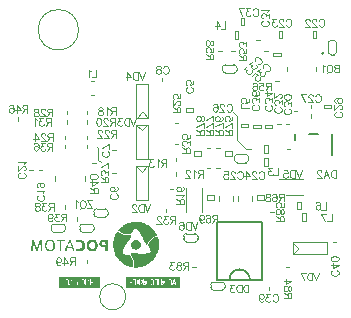
<source format=gbo>
G04*
G04 #@! TF.GenerationSoftware,Altium Limited,Altium Designer,24.9.1 (31)*
G04*
G04 Layer_Color=10085887*
%FSLAX43Y43*%
%MOMM*%
G71*
G04*
G04 #@! TF.SameCoordinates,966C214A-C48B-4C11-AD4A-F44F92C35951*
G04*
G04*
G04 #@! TF.FilePolarity,Positive*
G04*
G01*
G75*
%ADD10C,0.100*%
%ADD11C,0.120*%
%ADD13C,0.200*%
G36*
X-12209Y-20270D02*
X-12228Y-20272D01*
X-12236Y-20373D01*
X-12247Y-20493D01*
X-12252Y-20559D01*
X-12263Y-20678D01*
X-12269Y-20744D01*
X-12280Y-20864D01*
X-12285Y-20929D01*
X-12296Y-21049D01*
X-12301Y-21114D01*
X-12307Y-21174D01*
X-12310Y-21215D01*
X-12192Y-21218D01*
X-12184Y-21188D01*
X-12176Y-21071D01*
X-12171Y-21000D01*
X-12160Y-20869D01*
X-12154Y-20798D01*
X-12138Y-20602D01*
X-12132Y-20531D01*
X-12127Y-20493D01*
X-11923Y-21123D01*
X-11890Y-21215D01*
X-11762Y-21218D01*
X-11748Y-21183D01*
X-11726Y-21112D01*
X-11528Y-20493D01*
X-11522Y-20515D01*
X-11511Y-20646D01*
X-11506Y-20717D01*
X-11489Y-20913D01*
X-11484Y-20984D01*
X-11468Y-21180D01*
X-11462Y-21218D01*
X-11340Y-21215D01*
X-11345Y-21128D01*
X-11350Y-21106D01*
X-11359Y-20995D01*
X-11364Y-20929D01*
X-11369Y-20869D01*
X-11380Y-20738D01*
X-11386Y-20678D01*
X-11397Y-20548D01*
X-11402Y-20488D01*
X-11408Y-20422D01*
X-11413Y-20362D01*
X-11419Y-20297D01*
X-11424Y-20270D01*
X-11574Y-20272D01*
X-11582Y-20302D01*
X-11596Y-20349D01*
X-11628Y-20452D01*
X-11656Y-20540D01*
X-11688Y-20643D01*
X-11716Y-20730D01*
X-11748Y-20834D01*
X-11803Y-21008D01*
X-11827Y-21076D01*
X-11890Y-20872D01*
X-12064Y-20305D01*
X-12078Y-20270D01*
X-12203Y-20270D01*
X-12209Y-20270D01*
D02*
G37*
G36*
X-10786Y-20264D02*
X-10803Y-20270D01*
X-10846Y-20281D01*
X-10874Y-20292D01*
X-10944Y-20330D01*
X-10993Y-20368D01*
X-11023Y-20398D01*
X-11029Y-20409D01*
X-11040Y-20420D01*
X-11045Y-20431D01*
X-11067Y-20463D01*
X-11089Y-20512D01*
X-11102Y-20548D01*
X-11113Y-20591D01*
X-11119Y-20619D01*
X-11124Y-20651D01*
X-11130Y-20722D01*
X-11132Y-20763D01*
X-11127Y-20779D01*
X-11122Y-20877D01*
X-11116Y-20894D01*
X-11108Y-20924D01*
X-11102Y-20945D01*
X-11081Y-21000D01*
X-11056Y-21046D01*
X-11004Y-21114D01*
X-10972Y-21147D01*
X-10961Y-21153D01*
X-10950Y-21163D01*
X-10857Y-21207D01*
X-10819Y-21218D01*
X-10797Y-21223D01*
X-10759Y-21229D01*
X-10677Y-21234D01*
X-10661Y-21229D01*
X-10596Y-21223D01*
X-10579Y-21218D01*
X-10528Y-21199D01*
X-10454Y-21158D01*
X-10443Y-21147D01*
X-10432Y-21142D01*
X-10375Y-21084D01*
X-10369Y-21074D01*
X-10359Y-21063D01*
X-10310Y-20959D01*
X-10293Y-20905D01*
X-10288Y-20883D01*
X-10282Y-20845D01*
X-10277Y-20790D01*
X-10282Y-20627D01*
X-10288Y-20610D01*
X-10296Y-20575D01*
X-10318Y-20515D01*
X-10329Y-20488D01*
X-10361Y-20433D01*
X-10405Y-20379D01*
X-10443Y-20341D01*
X-10454Y-20335D01*
X-10459Y-20330D01*
X-10465D01*
X-10476Y-20319D01*
X-10487Y-20313D01*
X-10557Y-20281D01*
X-10623Y-20264D01*
X-10694Y-20259D01*
X-10786Y-20264D01*
D02*
G37*
G36*
X-9748Y-20839D02*
X-9746Y-20384D01*
X-9470Y-20381D01*
X-9473Y-20270D01*
X-10151Y-20272D01*
X-10149Y-20384D01*
X-9871Y-20390D01*
X-9865Y-21218D01*
X-9748Y-21215D01*
X-9748Y-20845D01*
X-9748Y-20839D01*
D02*
G37*
G36*
X-9097Y-20275D02*
X-9116Y-20322D01*
X-9130Y-20357D01*
X-9293Y-20793D01*
X-9296Y-20796D01*
Y-20801D01*
X-9310Y-20837D01*
X-9440Y-21185D01*
X-9448Y-21215D01*
X-9326Y-21218D01*
X-9318Y-21210D01*
X-9299Y-21158D01*
X-9282Y-21114D01*
X-9260Y-21055D01*
X-9228Y-20967D01*
X-8827Y-20970D01*
X-8816Y-20997D01*
X-8797Y-21049D01*
X-8770Y-21125D01*
X-8748Y-21185D01*
X-8737Y-21218D01*
X-8615Y-21215D01*
X-8637Y-21161D01*
X-8650Y-21125D01*
X-8661Y-21098D01*
X-8694Y-21011D01*
X-8705Y-20984D01*
X-8737Y-20896D01*
X-8748Y-20869D01*
X-8781Y-20782D01*
X-8792Y-20755D01*
X-8825Y-20668D01*
X-8835Y-20640D01*
X-8868Y-20553D01*
X-8879Y-20526D01*
X-8912Y-20439D01*
X-8923Y-20411D01*
X-8955Y-20324D01*
X-8977Y-20270D01*
X-9097Y-20275D01*
D02*
G37*
G36*
X-7879Y-21112D02*
X-7841Y-21074D01*
X-7835Y-21063D01*
X-7825Y-21052D01*
X-7775Y-20948D01*
X-7765Y-20910D01*
X-7754Y-20866D01*
X-7748Y-20796D01*
X-7746Y-20744D01*
X-7751Y-20668D01*
X-7762Y-20602D01*
X-7767Y-20580D01*
X-7775Y-20550D01*
X-7786Y-20523D01*
X-7830Y-20441D01*
X-7841Y-20431D01*
X-7846Y-20420D01*
X-7863Y-20403D01*
X-7868Y-20392D01*
X-7887Y-20373D01*
X-7898Y-20368D01*
X-7920Y-20346D01*
X-7931Y-20341D01*
X-7963Y-20319D01*
X-8023Y-20292D01*
X-8094Y-20270D01*
X-8132Y-20264D01*
X-8154Y-20259D01*
X-8241Y-20253D01*
X-8350Y-20259D01*
X-8367Y-20264D01*
X-8408Y-20272D01*
X-8429Y-20278D01*
X-8484Y-20300D01*
X-8476Y-20341D01*
X-8470Y-20362D01*
X-8462Y-20392D01*
X-8446Y-20458D01*
X-8440Y-20469D01*
X-8438Y-20471D01*
X-8410Y-20460D01*
X-8345Y-20450D01*
X-8307Y-20444D01*
X-8176Y-20450D01*
X-8149Y-20460D01*
X-8113Y-20474D01*
X-8059Y-20507D01*
X-8015Y-20550D01*
X-8010Y-20561D01*
X-7983Y-20621D01*
X-7972Y-20665D01*
X-7966Y-20703D01*
X-7972Y-20828D01*
X-7977Y-20845D01*
X-7991Y-20880D01*
X-8002Y-20907D01*
X-8010Y-20916D01*
X-8015Y-20926D01*
X-8040Y-20956D01*
X-8062Y-20978D01*
X-8072Y-20984D01*
X-8083Y-20995D01*
X-8132Y-21016D01*
X-8171Y-21027D01*
X-8192Y-21033D01*
X-8247Y-21038D01*
X-8356Y-21033D01*
X-8372Y-21027D01*
X-8394Y-21022D01*
X-8429Y-21008D01*
X-8443Y-21005D01*
X-8451Y-21035D01*
X-8468Y-21101D01*
X-8476Y-21136D01*
X-8481Y-21158D01*
X-8484Y-21177D01*
X-8476Y-21185D01*
X-8421Y-21207D01*
X-8383Y-21218D01*
X-8340Y-21229D01*
X-8285Y-21234D01*
X-8122Y-21229D01*
X-8105Y-21223D01*
X-8070Y-21215D01*
X-8048Y-21210D01*
X-7993Y-21188D01*
X-7920Y-21147D01*
X-7909Y-21136D01*
X-7898Y-21131D01*
X-7882Y-21114D01*
X-7879Y-21112D01*
D02*
G37*
G36*
X-3286Y-18751D02*
X-3226Y-18757D01*
X-3138Y-18768D01*
X-3106Y-18773D01*
X-3078Y-18778D01*
X-3046Y-18784D01*
X-3010Y-18792D01*
X-2994Y-18798D01*
X-2989D01*
X-2923Y-18814D01*
X-2885Y-18825D01*
X-2757Y-18866D01*
X-2722Y-18879D01*
X-2683Y-18896D01*
X-2656Y-18907D01*
X-2553Y-18956D01*
X-2471Y-18999D01*
X-2460Y-19005D01*
X-2416Y-19032D01*
X-2405Y-19037D01*
X-2373Y-19059D01*
X-2362Y-19065D01*
X-2324Y-19092D01*
X-2313Y-19097D01*
X-2302Y-19108D01*
X-2291Y-19114D01*
X-2253Y-19141D01*
X-2242Y-19146D01*
X-2231Y-19157D01*
X-2220Y-19163D01*
X-2209Y-19174D01*
X-2198Y-19179D01*
X-2187Y-19190D01*
X-2177Y-19195D01*
X-2166Y-19206D01*
X-2155Y-19212D01*
X-2122Y-19244D01*
X-2111Y-19250D01*
X-2078Y-19283D01*
X-2068Y-19288D01*
X-1961Y-19394D01*
X-1956Y-19405D01*
X-1923Y-19438D01*
X-1918Y-19449D01*
X-1890Y-19476D01*
X-1885Y-19487D01*
X-1874Y-19498D01*
X-1869Y-19509D01*
X-1852Y-19525D01*
X-1847Y-19536D01*
X-1836Y-19547D01*
X-1831Y-19558D01*
X-1820Y-19569D01*
X-1814Y-19580D01*
X-1787Y-19618D01*
X-1781Y-19629D01*
X-1754Y-19667D01*
X-1749Y-19678D01*
X-1722Y-19721D01*
X-1623Y-19912D01*
X-1618Y-19934D01*
X-1626Y-19937D01*
X-1692Y-19953D01*
X-1779Y-19980D01*
X-1833Y-20002D01*
X-1937Y-20051D01*
X-1980Y-20078D01*
X-1991Y-20084D01*
X-2062Y-20133D01*
X-2073Y-20138D01*
X-2084Y-20149D01*
X-2095Y-20154D01*
X-2117Y-20176D01*
X-2128Y-20182D01*
X-2177Y-20231D01*
X-2187Y-20236D01*
X-2212Y-20261D01*
X-2217Y-20272D01*
X-2250Y-20304D01*
X-2264Y-20323D01*
X-2288Y-20353D01*
X-2326Y-20402D01*
X-2332Y-20413D01*
X-2359Y-20451D01*
X-2386Y-20501D01*
X-2411Y-20541D01*
X-2438Y-20601D01*
X-2460Y-20656D01*
X-2482Y-20716D01*
X-2504Y-20705D01*
X-2520Y-20689D01*
X-2531Y-20683D01*
X-2593Y-20620D01*
X-2599Y-20610D01*
X-2615Y-20593D01*
X-2621Y-20582D01*
X-2632Y-20571D01*
X-2637Y-20560D01*
X-2648Y-20550D01*
X-2653Y-20539D01*
X-2675Y-20506D01*
X-2749Y-20367D01*
X-2771Y-20313D01*
X-2787Y-20269D01*
X-2806Y-20217D01*
X-2841Y-20105D01*
X-2855Y-20070D01*
X-2877Y-20016D01*
X-2975Y-19814D01*
X-3002Y-19770D01*
X-3008Y-19759D01*
X-3046Y-19705D01*
X-3051Y-19694D01*
X-3062Y-19683D01*
X-3068Y-19672D01*
X-3078Y-19661D01*
X-3084Y-19650D01*
X-3095Y-19640D01*
X-3100Y-19629D01*
X-3128Y-19601D01*
X-3133Y-19590D01*
X-3250Y-19473D01*
X-3261Y-19468D01*
X-3277Y-19451D01*
X-3296Y-19438D01*
X-3365Y-19386D01*
X-3375Y-19381D01*
X-3408Y-19359D01*
X-3512Y-19304D01*
X-3534Y-19299D01*
X-3574Y-19340D01*
X-3580Y-19351D01*
X-3604Y-19375D01*
X-3664Y-19451D01*
X-3689Y-19481D01*
X-3702Y-19501D01*
X-3776Y-19612D01*
X-3847Y-19749D01*
X-3863Y-19787D01*
X-3880Y-19792D01*
X-3942Y-19800D01*
X-3959Y-19806D01*
X-4155Y-19811D01*
X-4242Y-19806D01*
X-4264Y-19800D01*
X-4329Y-19789D01*
X-4373Y-19778D01*
X-4411Y-19768D01*
X-4465Y-19751D01*
X-4520Y-19729D01*
X-4656Y-19664D01*
X-4694Y-19637D01*
X-4705Y-19631D01*
X-4743Y-19604D01*
X-4754Y-19599D01*
X-4765Y-19588D01*
X-4776Y-19582D01*
X-4792Y-19566D01*
X-4803Y-19560D01*
X-4831Y-19533D01*
X-4841Y-19528D01*
X-4915Y-19454D01*
X-4920Y-19438D01*
X-4893Y-19411D01*
X-4888Y-19400D01*
X-4833Y-19345D01*
X-4828Y-19334D01*
X-4781Y-19288D01*
X-4771Y-19283D01*
X-4716Y-19228D01*
X-4705Y-19223D01*
X-4678Y-19195D01*
X-4667Y-19190D01*
X-4651Y-19174D01*
X-4640Y-19168D01*
X-4632Y-19160D01*
X-4563Y-19108D01*
X-4553Y-19103D01*
X-4542Y-19092D01*
X-4531Y-19086D01*
X-4493Y-19059D01*
X-4482Y-19054D01*
X-4449Y-19032D01*
X-4438Y-19026D01*
X-4395Y-18999D01*
X-4313Y-18956D01*
X-4302Y-18950D01*
X-4209Y-18907D01*
X-4163Y-18887D01*
X-4119Y-18871D01*
X-3986Y-18825D01*
X-3956Y-18817D01*
X-3869Y-18795D01*
X-3841Y-18789D01*
X-3820Y-18784D01*
X-3787Y-18778D01*
X-3760Y-18773D01*
X-3697Y-18765D01*
X-3681Y-18759D01*
X-3593Y-18754D01*
X-3577Y-18749D01*
X-3286Y-18751D01*
D02*
G37*
G36*
X-3354Y-20291D02*
X-3332Y-20296D01*
X-3277Y-20313D01*
X-3228Y-20334D01*
X-3196Y-20356D01*
X-3185Y-20362D01*
X-3168Y-20378D01*
X-3157Y-20383D01*
X-3130Y-20411D01*
X-3078Y-20479D01*
X-3057Y-20517D01*
X-3049Y-20536D01*
X-3029Y-20588D01*
X-3024Y-20604D01*
X-3019Y-20735D01*
X-3024Y-20773D01*
X-3029Y-20795D01*
X-3040Y-20833D01*
X-3062Y-20882D01*
X-3084Y-20920D01*
X-3089Y-20931D01*
X-3106Y-20947D01*
X-3111Y-20958D01*
X-3147Y-20994D01*
X-3196Y-21032D01*
X-3277Y-21075D01*
X-3305Y-21086D01*
X-3326Y-21092D01*
X-3343Y-21097D01*
X-3457Y-21103D01*
X-3523Y-21092D01*
X-3561Y-21081D01*
X-3588Y-21070D01*
X-3626Y-21054D01*
X-3664Y-21026D01*
X-3675Y-21021D01*
X-3735Y-20961D01*
X-3760Y-20931D01*
X-3801Y-20857D01*
X-3817Y-20814D01*
X-3831Y-20757D01*
X-3836Y-20719D01*
X-3831Y-20631D01*
X-3814Y-20566D01*
X-3803Y-20539D01*
X-3787Y-20501D01*
X-3765Y-20468D01*
X-3760Y-20457D01*
X-3743Y-20441D01*
X-3738Y-20430D01*
X-3705Y-20397D01*
X-3637Y-20345D01*
X-3591Y-20321D01*
X-3563Y-20310D01*
X-3561Y-20307D01*
X-3523Y-20296D01*
X-3506Y-20291D01*
X-3408Y-20285D01*
X-3354Y-20291D01*
D02*
G37*
G36*
X-5808Y-21215D02*
X-6007Y-21218D01*
X-6010Y-20926D01*
X-6072Y-20924D01*
X-6176Y-20918D01*
X-6231Y-20913D01*
X-6274Y-20902D01*
X-6312Y-20891D01*
X-6394Y-20853D01*
X-6405Y-20842D01*
X-6416Y-20837D01*
X-6451Y-20801D01*
X-6454Y-20798D01*
X-6457Y-20790D01*
X-6465Y-20782D01*
X-6487Y-20749D01*
X-6498Y-20722D01*
X-6511Y-20687D01*
X-6517Y-20670D01*
X-6522Y-20545D01*
X-6517Y-20523D01*
X-6511Y-20485D01*
X-6489Y-20431D01*
X-6468Y-20398D01*
X-6462Y-20387D01*
X-6432Y-20357D01*
X-6421Y-20351D01*
X-6413Y-20343D01*
X-6369Y-20316D01*
X-6315Y-20294D01*
X-6258Y-20281D01*
X-6241Y-20275D01*
X-5811Y-20270D01*
X-5808Y-21215D01*
D02*
G37*
G36*
X-7072Y-20256D02*
X-7029Y-20262D01*
X-6993Y-20270D01*
X-6955Y-20281D01*
X-6863Y-20324D01*
X-6852Y-20335D01*
X-6841Y-20341D01*
X-6825Y-20357D01*
X-6814Y-20362D01*
X-6789Y-20387D01*
X-6784Y-20398D01*
X-6773Y-20409D01*
X-6759Y-20428D01*
X-6721Y-20488D01*
X-6710Y-20515D01*
X-6688Y-20575D01*
X-6680Y-20610D01*
X-6675Y-20627D01*
X-6669Y-20785D01*
X-6675Y-20856D01*
X-6680Y-20872D01*
Y-20877D01*
Y-20883D01*
X-6686Y-20905D01*
X-6702Y-20959D01*
X-6746Y-21052D01*
X-6756Y-21063D01*
X-6762Y-21074D01*
X-6778Y-21090D01*
X-6784Y-21101D01*
X-6797Y-21114D01*
X-6808Y-21120D01*
X-6830Y-21142D01*
X-6841Y-21147D01*
X-6849Y-21155D01*
X-6904Y-21188D01*
X-6931Y-21199D01*
X-6974Y-21215D01*
X-7010Y-21223D01*
X-7026Y-21229D01*
X-7168Y-21234D01*
X-7244Y-21223D01*
X-7266Y-21218D01*
X-7304Y-21207D01*
X-7397Y-21163D01*
X-7408Y-21158D01*
X-7419Y-21147D01*
X-7429Y-21142D01*
X-7465Y-21106D01*
X-7503Y-21057D01*
X-7538Y-20995D01*
X-7560Y-20935D01*
X-7574Y-20877D01*
X-7579Y-20861D01*
X-7585Y-20708D01*
X-7579Y-20654D01*
X-7574Y-20616D01*
X-7563Y-20572D01*
X-7552Y-20534D01*
X-7541Y-20507D01*
X-7525Y-20469D01*
X-7503Y-20436D01*
X-7498Y-20425D01*
X-7487Y-20414D01*
X-7481Y-20403D01*
X-7432Y-20354D01*
X-7380Y-20319D01*
X-7334Y-20294D01*
X-7290Y-20278D01*
X-7260Y-20270D01*
X-7244Y-20264D01*
X-7190Y-20259D01*
X-7173Y-20253D01*
X-7072Y-20256D01*
D02*
G37*
G36*
X-1569Y-20059D02*
X-1558Y-20086D01*
X-1539Y-20149D01*
X-1512Y-20258D01*
X-1506Y-20285D01*
X-1501Y-20318D01*
X-1495Y-20345D01*
X-1490Y-20378D01*
X-1482Y-20451D01*
X-1476Y-20468D01*
X-1471Y-20708D01*
X-1476Y-20860D01*
X-1482Y-20882D01*
X-1487Y-20937D01*
X-1493Y-20975D01*
X-1498Y-20996D01*
X-1514Y-21089D01*
X-1531Y-21154D01*
X-1553Y-21231D01*
X-1583Y-21326D01*
X-1596Y-21362D01*
X-1618Y-21416D01*
X-1716Y-21618D01*
X-1738Y-21656D01*
X-1743Y-21667D01*
X-1781Y-21727D01*
X-1787Y-21738D01*
X-1841Y-21814D01*
X-1847Y-21825D01*
X-1863Y-21841D01*
X-1869Y-21852D01*
X-1880Y-21863D01*
X-1885Y-21874D01*
X-1901Y-21890D01*
X-1907Y-21901D01*
X-1929Y-21923D01*
X-1934Y-21934D01*
X-1967Y-21966D01*
X-1972Y-21977D01*
X-2106Y-22111D01*
X-2117Y-22116D01*
X-2149Y-22149D01*
X-2160Y-22154D01*
X-2182Y-22176D01*
X-2193Y-22182D01*
X-2204Y-22193D01*
X-2223Y-22206D01*
X-2329Y-22285D01*
X-2367Y-22307D01*
X-2405Y-22334D01*
X-2444Y-22356D01*
X-2667Y-22471D01*
X-2697Y-22484D01*
X-2751Y-22506D01*
X-2795Y-22522D01*
X-2896Y-22558D01*
X-2926Y-22566D01*
X-3035Y-22593D01*
X-3089Y-22604D01*
X-3122Y-22610D01*
X-3193Y-22620D01*
X-3299Y-22629D01*
X-3316Y-22634D01*
X-3531Y-22631D01*
X-3648Y-22623D01*
X-3656Y-22615D01*
X-3651Y-22599D01*
X-3643Y-22569D01*
X-3632Y-22525D01*
X-3621Y-22471D01*
X-3613Y-22408D01*
X-3607Y-22392D01*
X-3602Y-22212D01*
X-3607Y-22174D01*
X-3613Y-22103D01*
X-3618Y-22081D01*
X-3629Y-22016D01*
X-3645Y-21950D01*
X-3672Y-21863D01*
X-3694Y-21808D01*
X-3732Y-21727D01*
X-3776Y-21645D01*
X-3831Y-21569D01*
X-3836Y-21558D01*
X-3852Y-21541D01*
X-3858Y-21531D01*
X-3880Y-21509D01*
X-3885Y-21498D01*
X-3901Y-21481D01*
X-3907Y-21465D01*
X-3882Y-21446D01*
X-3855Y-21430D01*
X-3847Y-21422D01*
X-3820Y-21411D01*
X-3760Y-21389D01*
X-3713Y-21381D01*
X-3697Y-21375D01*
X-3514Y-21378D01*
X-3471Y-21383D01*
X-3405Y-21394D01*
X-3384Y-21400D01*
X-3329Y-21411D01*
X-3307Y-21416D01*
X-3280Y-21422D01*
X-3247Y-21427D01*
X-3220Y-21432D01*
X-3157Y-21441D01*
X-3141Y-21446D01*
X-3065Y-21451D01*
X-3049Y-21457D01*
X-2792Y-21462D01*
X-2672Y-21457D01*
X-2651Y-21451D01*
X-2577Y-21443D01*
X-2544Y-21438D01*
X-2517Y-21432D01*
X-2482Y-21424D01*
X-2444Y-21413D01*
X-2356Y-21386D01*
X-2220Y-21321D01*
X-2209Y-21315D01*
X-2171Y-21288D01*
X-2160Y-21283D01*
X-2157Y-21274D01*
X-2168Y-21236D01*
X-2196Y-21149D01*
X-2228Y-21067D01*
X-2305Y-20909D01*
X-2332Y-20866D01*
X-2337Y-20855D01*
X-2359Y-20822D01*
X-2365Y-20811D01*
X-2392Y-20773D01*
X-2397Y-20762D01*
X-2414Y-20746D01*
X-2408Y-20724D01*
X-2386Y-20669D01*
X-2321Y-20533D01*
X-2294Y-20490D01*
X-2272Y-20451D01*
X-2261Y-20441D01*
X-2256Y-20430D01*
X-2245Y-20419D01*
X-2239Y-20408D01*
X-2223Y-20392D01*
X-2217Y-20381D01*
X-2185Y-20348D01*
X-2179Y-20337D01*
X-2117Y-20274D01*
X-2106Y-20269D01*
X-2068Y-20231D01*
X-2057Y-20225D01*
X-2046Y-20214D01*
X-2035Y-20209D01*
X-2019Y-20193D01*
X-2013D01*
X-2010Y-20190D01*
X-1942Y-20144D01*
X-1814Y-20075D01*
X-1732Y-20043D01*
X-1681Y-20024D01*
X-1643Y-20013D01*
X-1626Y-20007D01*
X-1588Y-20002D01*
X-1569Y-20059D01*
D02*
G37*
G36*
X-4880Y-19604D02*
X-4869Y-19610D01*
X-4850Y-19629D01*
X-4781Y-19680D01*
X-4762Y-19694D01*
X-4730Y-19716D01*
X-4626Y-19776D01*
X-4566Y-19803D01*
X-4539Y-19814D01*
X-4495Y-19830D01*
X-4460Y-19844D01*
X-4414Y-19857D01*
X-4370Y-19868D01*
X-4316Y-19879D01*
X-4258Y-19887D01*
X-4242Y-19893D01*
X-4106Y-19898D01*
X-3986Y-19893D01*
X-3964Y-19887D01*
X-3871Y-19877D01*
X-3855Y-19871D01*
X-3852Y-19874D01*
X-3847Y-19885D01*
X-3841Y-19923D01*
X-3847Y-19994D01*
X-3858Y-20037D01*
X-3869Y-20075D01*
X-3923Y-20190D01*
X-3978Y-20266D01*
X-3983Y-20277D01*
X-4005Y-20299D01*
X-4010Y-20310D01*
X-4043Y-20343D01*
X-4049Y-20353D01*
X-4087Y-20392D01*
X-4092Y-20402D01*
X-4125Y-20435D01*
X-4130Y-20446D01*
X-4152Y-20468D01*
X-4157Y-20479D01*
X-4168Y-20490D01*
X-4207Y-20539D01*
X-4272Y-20626D01*
X-4337Y-20724D01*
X-4343Y-20735D01*
X-4365Y-20768D01*
X-4463Y-20958D01*
X-4476Y-20988D01*
X-4493Y-21032D01*
X-4525Y-21125D01*
X-4547Y-21212D01*
X-4555Y-21258D01*
X-4561Y-21274D01*
X-4566Y-21460D01*
X-4555Y-21487D01*
X-4490Y-21503D01*
X-4463Y-21509D01*
X-4397Y-21520D01*
X-4335Y-21528D01*
X-4318Y-21533D01*
X-4111Y-21539D01*
X-4024Y-21533D01*
X-3969Y-21528D01*
X-3942Y-21566D01*
X-3890Y-21634D01*
X-3874Y-21661D01*
X-3847Y-21699D01*
X-3814Y-21759D01*
X-3806Y-21768D01*
X-3779Y-21828D01*
X-3768Y-21855D01*
X-3727Y-21972D01*
X-3722Y-21994D01*
X-3716Y-22010D01*
X-3711Y-22054D01*
X-3708Y-22056D01*
X-3700Y-22108D01*
X-3694Y-22125D01*
X-3689Y-22343D01*
X-3694Y-22381D01*
X-3702Y-22454D01*
X-3708Y-22487D01*
X-3716Y-22522D01*
X-3727Y-22566D01*
X-3741Y-22612D01*
X-3781Y-22604D01*
X-3814Y-22599D01*
X-3850Y-22590D01*
X-3893Y-22580D01*
X-3931Y-22569D01*
X-4049Y-22533D01*
X-4084Y-22520D01*
X-4166Y-22487D01*
X-4335Y-22405D01*
X-4395Y-22372D01*
X-4427Y-22351D01*
X-4438Y-22345D01*
X-4471Y-22323D01*
X-4482Y-22318D01*
X-4520Y-22291D01*
X-4531Y-22285D01*
X-4542Y-22274D01*
X-4553Y-22269D01*
X-4563Y-22258D01*
X-4574Y-22253D01*
X-4585Y-22242D01*
X-4596Y-22236D01*
X-4607Y-22225D01*
X-4618Y-22220D01*
X-4640Y-22198D01*
X-4651Y-22193D01*
X-4678Y-22165D01*
X-4689Y-22160D01*
X-4732Y-22116D01*
X-4743Y-22111D01*
X-4806Y-22048D01*
X-4811Y-22037D01*
X-4866Y-21983D01*
X-4871Y-21972D01*
X-4899Y-21945D01*
X-4904Y-21934D01*
X-4920Y-21917D01*
X-4926Y-21907D01*
X-4934Y-21898D01*
X-4986Y-21830D01*
X-4991Y-21819D01*
X-4999Y-21811D01*
X-5021Y-21778D01*
X-5059Y-21719D01*
X-5092Y-21664D01*
X-5163Y-21533D01*
X-5174Y-21506D01*
X-5201Y-21446D01*
X-5223Y-21392D01*
X-5275Y-21242D01*
X-5286Y-21204D01*
X-5294Y-21174D01*
X-5299Y-21146D01*
X-5310Y-21103D01*
X-5321Y-21048D01*
X-5326Y-21016D01*
X-5335Y-20958D01*
X-5340Y-20942D01*
X-5346Y-20849D01*
X-5351Y-20833D01*
X-5348Y-20547D01*
X-5343Y-20487D01*
X-5337Y-20411D01*
X-5329Y-20348D01*
X-5324Y-20326D01*
X-5307Y-20234D01*
X-5291Y-20168D01*
X-5269Y-20092D01*
X-5239Y-19996D01*
X-5226Y-19961D01*
X-5209Y-19923D01*
X-5198Y-19896D01*
X-5117Y-19727D01*
X-5089Y-19683D01*
X-5068Y-19645D01*
X-5062Y-19634D01*
X-4986Y-19525D01*
X-4980Y-19514D01*
X-4972Y-19511D01*
X-4880Y-19604D01*
D02*
G37*
G36*
X-6500Y-24400D02*
X-9938D01*
Y-23400D01*
X-6500D01*
Y-24400D01*
D02*
G37*
G36*
X300D02*
X-4300D01*
Y-23400D01*
X300D01*
Y-24400D01*
D02*
G37*
%LPC*%
G36*
X-10710Y-20373D02*
X-10639Y-20379D01*
X-10623Y-20384D01*
X-10587Y-20398D01*
X-10555Y-20414D01*
X-10536Y-20428D01*
X-10506Y-20452D01*
X-10489Y-20469D01*
X-10484Y-20480D01*
X-10473Y-20490D01*
X-10440Y-20561D01*
X-10429Y-20589D01*
X-10413Y-20681D01*
X-10410Y-20755D01*
X-10416Y-20831D01*
X-10421Y-20864D01*
X-10432Y-20907D01*
X-10448Y-20951D01*
X-10473Y-20997D01*
X-10498Y-21027D01*
X-10536Y-21065D01*
X-10547Y-21071D01*
X-10617Y-21104D01*
X-10639Y-21109D01*
X-10677Y-21114D01*
X-10732Y-21120D01*
X-10748Y-21114D01*
X-10797Y-21109D01*
X-10825Y-21098D01*
X-10874Y-21071D01*
X-10904Y-21046D01*
X-10931Y-21019D01*
X-10936Y-21008D01*
X-10958Y-20975D01*
X-10969Y-20948D01*
X-10974Y-20937D01*
Y-20932D01*
X-10985Y-20894D01*
X-10991Y-20872D01*
X-11002Y-20796D01*
X-10996Y-20632D01*
X-10991Y-20616D01*
X-10983Y-20580D01*
X-10966Y-20537D01*
X-10942Y-20490D01*
X-10917Y-20460D01*
X-10909Y-20452D01*
X-10904Y-20441D01*
X-10884Y-20428D01*
X-10852Y-20406D01*
X-10825Y-20395D01*
X-10786Y-20384D01*
X-10765Y-20379D01*
X-10710Y-20373D01*
D02*
G37*
G36*
X-9026Y-20411D02*
X-8917Y-20711D01*
X-8901Y-20755D01*
X-8879Y-20815D01*
X-8868Y-20853D01*
X-9181Y-20850D01*
X-9173Y-20820D01*
X-9151Y-20760D01*
X-9053Y-20482D01*
X-9032Y-20417D01*
X-9029Y-20414D01*
X-9026Y-20411D01*
D02*
G37*
G36*
X-6111Y-20450D02*
X-6116D01*
X-6192Y-20460D01*
X-6214Y-20466D01*
X-6263Y-20488D01*
X-6277Y-20501D01*
X-6304Y-20550D01*
X-6310Y-20599D01*
X-6304Y-20638D01*
X-6293Y-20665D01*
X-6288Y-20676D01*
X-6263Y-20700D01*
X-6203Y-20733D01*
X-6149Y-20738D01*
X-6132Y-20744D01*
X-6004Y-20741D01*
X-6007Y-20455D01*
X-6111Y-20450D01*
D02*
G37*
G36*
X-7075Y-20439D02*
X-7176Y-20441D01*
X-7198Y-20447D01*
X-7228Y-20455D01*
X-7260Y-20477D01*
X-7271Y-20482D01*
X-7299Y-20510D01*
X-7320Y-20542D01*
X-7348Y-20602D01*
X-7356Y-20638D01*
X-7361Y-20654D01*
X-7367Y-20763D01*
X-7361Y-20817D01*
X-7350Y-20883D01*
X-7340Y-20910D01*
X-7334Y-20932D01*
X-7312Y-20965D01*
X-7307Y-20975D01*
X-7271Y-21011D01*
X-7211Y-21044D01*
X-7190Y-21049D01*
X-7173Y-21055D01*
X-7089Y-21052D01*
X-7053Y-21044D01*
X-6993Y-21016D01*
X-6947Y-20970D01*
X-6925Y-20932D01*
X-6923Y-20929D01*
X-6917Y-20918D01*
X-6904Y-20883D01*
X-6893Y-20856D01*
X-6887Y-20785D01*
X-6882Y-20768D01*
X-6887Y-20687D01*
X-6893Y-20649D01*
X-6898Y-20627D01*
X-6909Y-20589D01*
X-6920Y-20561D01*
X-6942Y-20529D01*
X-6947Y-20518D01*
X-6983Y-20482D01*
X-7032Y-20455D01*
X-7059Y-20444D01*
X-7075Y-20439D01*
D02*
G37*
G36*
X-8806Y-23604D02*
X-8939D01*
D01*
X-8806D01*
D02*
G37*
G36*
X-7780D02*
Y-23716D01*
X-7781Y-23712D01*
Y-23709D01*
X-7782Y-23704D01*
X-7785Y-23693D01*
X-7789Y-23680D01*
X-7795Y-23667D01*
X-7803Y-23652D01*
X-7808Y-23646D01*
X-7814Y-23639D01*
X-7814Y-23638D01*
X-7815Y-23638D01*
X-7817Y-23636D01*
X-7820Y-23633D01*
X-7827Y-23628D01*
X-7837Y-23621D01*
X-7849Y-23615D01*
X-7863Y-23609D01*
X-7880Y-23605D01*
X-7888Y-23604D01*
X-7897Y-23604D01*
X-7780D01*
X-8015D01*
X-7990D01*
X-7994Y-23604D01*
X-8000Y-23607D01*
X-8004Y-23609D01*
X-8007Y-23612D01*
X-8007D01*
X-8008Y-23613D01*
X-8011Y-23617D01*
X-8013Y-23623D01*
X-8015Y-23626D01*
Y-23621D01*
Y-23631D01*
X-8014Y-23635D01*
X-8012Y-23641D01*
X-8007Y-23647D01*
X-8006Y-23648D01*
X-8002Y-23650D01*
X-7996Y-23653D01*
X-7993Y-23654D01*
X-7988Y-23655D01*
X-7893D01*
X-7888Y-23655D01*
X-7882Y-23657D01*
X-7874Y-23659D01*
X-7867Y-23663D01*
X-7859Y-23667D01*
X-7851Y-23674D01*
X-7851Y-23675D01*
X-7848Y-23677D01*
X-7846Y-23681D01*
X-7842Y-23686D01*
X-7838Y-23693D01*
X-7835Y-23701D01*
X-7833Y-23710D01*
X-7832Y-23720D01*
Y-24012D01*
Y-24014D01*
Y-24017D01*
X-7833Y-24022D01*
X-7834Y-24029D01*
X-7837Y-24036D01*
X-7840Y-24043D01*
X-7845Y-24052D01*
X-7851Y-24059D01*
X-7852Y-24060D01*
X-7855Y-24062D01*
X-7859Y-24065D01*
X-7865Y-24068D01*
X-7871Y-24072D01*
X-7879Y-24075D01*
X-7888Y-24077D01*
X-7897Y-24077D01*
X-7990D01*
X-7994Y-24078D01*
X-8000Y-24081D01*
X-8004Y-24083D01*
X-8007Y-24086D01*
X-8007D01*
X-8008Y-24087D01*
X-8011Y-24091D01*
X-8013Y-24097D01*
X-8015Y-24100D01*
Y-24128D01*
Y-24105D01*
X-8014Y-24109D01*
X-8012Y-24114D01*
X-8007Y-24120D01*
X-8006Y-24122D01*
X-8002Y-24124D01*
X-7996Y-24127D01*
X-7993Y-24128D01*
X-7988Y-24128D01*
X-8015D01*
X-7893D01*
X-7890Y-24128D01*
X-7885D01*
X-7881Y-24127D01*
X-7870Y-24124D01*
X-7857Y-24120D01*
X-7843Y-24114D01*
X-7830Y-24106D01*
X-7823Y-24101D01*
X-7816Y-24095D01*
X-7815Y-24094D01*
X-7814Y-24094D01*
X-7813Y-24092D01*
X-7811Y-24089D01*
X-7805Y-24082D01*
X-7798Y-24072D01*
X-7792Y-24060D01*
X-7786Y-24046D01*
X-7782Y-24030D01*
X-7781Y-24021D01*
X-7780Y-24012D01*
Y-24114D01*
Y-23604D01*
D02*
G37*
G36*
X-9116D02*
X-9387D01*
X-9274D01*
X-9277Y-23604D01*
X-9282D01*
X-9286Y-23605D01*
X-9297Y-23608D01*
X-9311Y-23612D01*
X-9325Y-23618D01*
X-9339Y-23627D01*
X-9345Y-23633D01*
X-9352Y-23638D01*
X-9353Y-23639D01*
X-9353Y-23640D01*
X-9358Y-23644D01*
X-9363Y-23652D01*
X-9370Y-23661D01*
X-9376Y-23673D01*
X-9382Y-23687D01*
X-9386Y-23703D01*
X-9387Y-23712D01*
X-9387Y-23720D01*
D01*
Y-24017D01*
X-9387Y-24021D01*
Y-24024D01*
X-9386Y-24029D01*
X-9383Y-24041D01*
X-9379Y-24053D01*
X-9373Y-24067D01*
X-9364Y-24081D01*
X-9359Y-24088D01*
X-9353Y-24094D01*
X-9352D01*
X-9351Y-24096D01*
X-9349Y-24097D01*
X-9347Y-24100D01*
X-9339Y-24106D01*
X-9330Y-24111D01*
X-9317Y-24117D01*
X-9303Y-24123D01*
X-9287Y-24127D01*
X-9278Y-24128D01*
X-9269Y-24128D01*
X-9228D01*
X-9226Y-24128D01*
X-9221D01*
X-9217Y-24127D01*
X-9206Y-24124D01*
X-9193Y-24120D01*
X-9180Y-24114D01*
X-9166Y-24106D01*
X-9158Y-24101D01*
X-9152Y-24095D01*
X-9151Y-24094D01*
X-9150Y-24094D01*
X-9149Y-24092D01*
X-9146Y-24089D01*
X-9141Y-24082D01*
X-9134Y-24072D01*
X-9127Y-24060D01*
X-9122Y-24046D01*
X-9118Y-24030D01*
X-9117Y-24021D01*
X-9116Y-24012D01*
Y-24110D01*
Y-23604D01*
D02*
G37*
G36*
X-8939D02*
X-8942D01*
X-8946Y-23604D01*
X-8952Y-23607D01*
X-8959Y-23611D01*
X-8959D01*
X-8960Y-23613D01*
X-8963Y-23616D01*
X-8965Y-23621D01*
X-8967Y-23625D01*
Y-24128D01*
Y-24106D01*
X-8966Y-24110D01*
X-8964Y-24116D01*
X-8959Y-24122D01*
X-8958Y-24123D01*
X-8954Y-24125D01*
X-8948Y-24128D01*
X-8940Y-24128D01*
X-8967D01*
X-8939D01*
X-8937Y-24128D01*
X-8931Y-24126D01*
X-8924Y-24124D01*
X-8922Y-24123D01*
X-8920Y-24119D01*
X-8917Y-24112D01*
X-8916Y-24108D01*
X-8915Y-24103D01*
Y-23681D01*
X-8849Y-23757D01*
X-8848Y-23758D01*
X-8844Y-23760D01*
X-8839Y-23763D01*
X-8832Y-23764D01*
X-8830D01*
X-8825Y-23763D01*
X-8819Y-23761D01*
X-8813Y-23757D01*
X-8812Y-23755D01*
X-8809Y-23752D01*
X-8807Y-23746D01*
X-8806Y-23738D01*
Y-23737D01*
X-8806Y-23735D01*
X-8809Y-23729D01*
X-8810Y-23726D01*
X-8812Y-23721D01*
X-8922Y-23611D01*
X-8923Y-23610D01*
X-8927Y-23607D01*
X-8932Y-23605D01*
X-8939Y-23604D01*
D02*
G37*
G36*
X-7399Y-23600D02*
X-7407D01*
X-7411Y-23601D01*
X-7415Y-23603D01*
X-7415Y-23604D01*
X-7418Y-23605D01*
X-7421Y-23609D01*
X-7424Y-23612D01*
X-7427Y-23616D01*
X-7550Y-23823D01*
X-7674Y-23616D01*
X-7675Y-23615D01*
X-7676Y-23613D01*
X-7678Y-23610D01*
X-7681Y-23607D01*
X-7688Y-23602D01*
X-7693Y-23601D01*
X-7698Y-23600D01*
X-7699D01*
D01*
D01*
D01*
X-7723D01*
X-7699D01*
X-7704Y-23601D01*
X-7710Y-23604D01*
X-7713Y-23606D01*
X-7715Y-23609D01*
X-7717Y-23610D01*
X-7719Y-23614D01*
X-7721Y-23621D01*
X-7723Y-23629D01*
Y-24128D01*
Y-24106D01*
X-7722Y-24110D01*
X-7720Y-24116D01*
X-7715Y-24122D01*
X-7714Y-24123D01*
X-7710Y-24125D01*
X-7704Y-24128D01*
X-7696Y-24128D01*
X-7723D01*
X-7379D01*
Y-23627D01*
X-7380Y-23624D01*
Y-23621D01*
X-7382Y-23615D01*
X-7386Y-23608D01*
Y-23607D01*
X-7387Y-23607D01*
X-7390Y-23604D01*
X-7396Y-23601D01*
X-7399Y-23600D01*
D02*
G37*
G36*
X-9006Y-24060D02*
D01*
Y-24093D01*
X-9007Y-24089D01*
X-9010Y-24082D01*
X-9011Y-24077D01*
X-9014Y-24073D01*
X-9015Y-24072D01*
X-9016Y-24071D01*
X-9018Y-24069D01*
X-9021Y-24066D01*
X-9024Y-24064D01*
X-9029Y-24062D01*
X-9035Y-24060D01*
X-9041Y-24060D01*
X-9043D01*
X-9046Y-24060D01*
X-9049Y-24061D01*
X-9053Y-24063D01*
X-9057Y-24064D01*
X-9061Y-24067D01*
X-9065Y-24071D01*
X-9066Y-24072D01*
X-9067Y-24072D01*
X-9069Y-24075D01*
X-9071Y-24077D01*
X-9075Y-24085D01*
X-9075Y-24089D01*
X-9076Y-24094D01*
Y-24097D01*
X-9075Y-24099D01*
X-9075Y-24102D01*
X-9073Y-24109D01*
X-9070Y-24113D01*
X-9067Y-24117D01*
X-9066Y-24118D01*
X-9065Y-24119D01*
X-9063Y-24121D01*
X-9060Y-24123D01*
X-9056Y-24125D01*
X-9052Y-24127D01*
X-9047Y-24128D01*
X-9041Y-24128D01*
X-9076D01*
X-9038D01*
X-9035Y-24128D01*
X-9032Y-24127D01*
X-9023Y-24125D01*
X-9019Y-24123D01*
X-9016Y-24120D01*
X-9015Y-24119D01*
X-9014Y-24117D01*
X-9013Y-24115D01*
X-9011Y-24112D01*
X-9007Y-24104D01*
X-9007Y-24100D01*
X-9006Y-24094D01*
Y-24060D01*
D02*
G37*
G36*
X-8293Y-23749D02*
X-8527D01*
D01*
X-8502D01*
X-8506Y-23750D01*
X-8513Y-23752D01*
X-8519Y-23757D01*
X-8520D01*
X-8520Y-23758D01*
X-8523Y-23761D01*
X-8526Y-23767D01*
X-8527Y-23771D01*
Y-23778D01*
X-8526Y-23782D01*
X-8526Y-23784D01*
X-8435Y-24108D01*
Y-24109D01*
X-8433Y-24111D01*
X-8432Y-24114D01*
X-8429Y-24118D01*
X-8426Y-24122D01*
X-8421Y-24126D01*
X-8416Y-24128D01*
X-8410Y-24128D01*
X-8408D01*
X-8404Y-24128D01*
X-8400Y-24126D01*
X-8395Y-24124D01*
X-8394Y-24123D01*
X-8391Y-24120D01*
X-8388Y-24115D01*
X-8384Y-24108D01*
X-8293Y-23782D01*
X-8293Y-23775D01*
Y-24114D01*
Y-23774D01*
D01*
X-8293Y-23770D01*
X-8296Y-23765D01*
X-8300Y-23758D01*
Y-23757D01*
X-8302Y-23757D01*
X-8305Y-23754D01*
X-8311Y-23751D01*
X-8315Y-23749D01*
X-8293D01*
D01*
D02*
G37*
G36*
X-7050Y-23604D02*
X-7321D01*
X-7296D01*
X-7301Y-23604D01*
X-7307Y-23607D01*
X-7313Y-23611D01*
X-7313D01*
X-7314Y-23613D01*
X-7317Y-23616D01*
X-7320Y-23621D01*
X-7321Y-23625D01*
Y-24017D01*
X-7321Y-24021D01*
Y-24024D01*
X-7320Y-24029D01*
X-7317Y-24041D01*
X-7313Y-24053D01*
X-7307Y-24067D01*
X-7299Y-24081D01*
X-7293Y-24088D01*
X-7287Y-24094D01*
X-7286D01*
X-7285Y-24096D01*
X-7283Y-24097D01*
X-7281Y-24100D01*
X-7273Y-24106D01*
X-7264Y-24111D01*
X-7251Y-24117D01*
X-7237Y-24123D01*
X-7221Y-24127D01*
X-7212Y-24128D01*
X-7203Y-24128D01*
X-7110D01*
X-7106Y-24128D01*
X-7099Y-24126D01*
X-7093Y-24122D01*
Y-24121D01*
X-7092Y-24120D01*
X-7090Y-24117D01*
X-7087Y-24111D01*
X-7086Y-24103D01*
Y-24103D01*
X-7087Y-24099D01*
X-7089Y-24094D01*
X-7092Y-24088D01*
Y-24087D01*
X-7094Y-24086D01*
X-7098Y-24083D01*
X-7103Y-24079D01*
X-7108Y-24078D01*
X-7112Y-24077D01*
X-7208D01*
X-7213Y-24077D01*
X-7219Y-24075D01*
X-7226Y-24073D01*
X-7234Y-24069D01*
X-7242Y-24065D01*
X-7250Y-24059D01*
X-7251Y-24058D01*
X-7253Y-24055D01*
X-7256Y-24052D01*
X-7260Y-24046D01*
X-7263Y-24040D01*
X-7267Y-24032D01*
X-7269Y-24023D01*
X-7270Y-24012D01*
Y-23910D01*
X-7162D01*
X-7159Y-23909D01*
X-7155D01*
X-7150Y-23908D01*
X-7140Y-23905D01*
X-7126Y-23902D01*
X-7112Y-23896D01*
X-7098Y-23888D01*
X-7091Y-23882D01*
X-7083Y-23876D01*
X-7083Y-23876D01*
X-7081Y-23873D01*
X-7078Y-23870D01*
X-7074Y-23865D01*
X-7070Y-23859D01*
X-7066Y-23854D01*
X-7058Y-23839D01*
X-7052Y-23818D01*
X-7050Y-23806D01*
Y-23627D01*
Y-23628D01*
X-7051Y-23624D01*
X-7053Y-23618D01*
X-7058Y-23613D01*
Y-23612D01*
X-7059Y-23611D01*
X-7063Y-23608D01*
X-7068Y-23605D01*
X-7072Y-23604D01*
X-7050D01*
D01*
D02*
G37*
%LPD*%
G36*
X-9116Y-23716D02*
X-9117Y-23712D01*
Y-23709D01*
X-9118Y-23704D01*
X-9121Y-23693D01*
X-9124Y-23680D01*
X-9130Y-23667D01*
X-9138Y-23652D01*
X-9143Y-23646D01*
X-9149Y-23639D01*
X-9150Y-23638D01*
X-9151Y-23638D01*
X-9153Y-23636D01*
X-9155Y-23633D01*
X-9163Y-23628D01*
X-9172Y-23621D01*
X-9185Y-23615D01*
X-9199Y-23609D01*
X-9215Y-23605D01*
X-9224Y-23604D01*
X-9233Y-23604D01*
X-9116D01*
Y-23716D01*
D02*
G37*
G36*
X-9223Y-23655D02*
X-9217Y-23657D01*
X-9209Y-23659D01*
X-9202Y-23663D01*
X-9194Y-23667D01*
X-9186Y-23674D01*
X-9186Y-23675D01*
X-9183Y-23678D01*
X-9180Y-23681D01*
X-9177Y-23687D01*
X-9174Y-23694D01*
X-9171Y-23702D01*
X-9169Y-23711D01*
X-9168Y-23720D01*
Y-24012D01*
Y-24014D01*
Y-24017D01*
X-9169Y-24022D01*
X-9170Y-24028D01*
X-9172Y-24035D01*
X-9176Y-24043D01*
X-9180Y-24051D01*
X-9187Y-24058D01*
X-9188Y-24059D01*
X-9191Y-24061D01*
X-9194Y-24064D01*
X-9200Y-24068D01*
X-9207Y-24072D01*
X-9215Y-24075D01*
X-9223Y-24077D01*
X-9233Y-24077D01*
X-9274D01*
X-9279Y-24077D01*
X-9285Y-24075D01*
X-9292Y-24073D01*
X-9300Y-24069D01*
X-9308Y-24065D01*
X-9316Y-24059D01*
X-9316Y-24058D01*
X-9319Y-24055D01*
X-9322Y-24052D01*
X-9326Y-24046D01*
X-9329Y-24040D01*
X-9333Y-24032D01*
X-9335Y-24023D01*
X-9336Y-24012D01*
Y-23720D01*
Y-23719D01*
Y-23716D01*
X-9335Y-23711D01*
X-9333Y-23705D01*
X-9330Y-23698D01*
X-9328Y-23690D01*
X-9322Y-23682D01*
X-9316Y-23675D01*
X-9315Y-23674D01*
X-9312Y-23672D01*
X-9308Y-23668D01*
X-9302Y-23664D01*
X-9296Y-23661D01*
X-9288Y-23658D01*
X-9279Y-23655D01*
X-9269Y-23655D01*
X-9228D01*
X-9223Y-23655D01*
D02*
G37*
G36*
X-7379Y-24128D02*
X-7404D01*
X-7401Y-24128D01*
X-7395Y-24126D01*
X-7388Y-24124D01*
X-7387Y-24123D01*
X-7384Y-24119D01*
X-7381Y-24112D01*
X-7380Y-24108D01*
X-7379Y-24103D01*
Y-24128D01*
D02*
G37*
G36*
X-7573Y-23879D02*
X-7572Y-23880D01*
X-7571Y-23882D01*
X-7569Y-23884D01*
X-7566Y-23886D01*
X-7559Y-23891D01*
X-7555Y-23893D01*
X-7550Y-23893D01*
X-7548D01*
X-7545Y-23893D01*
X-7543Y-23892D01*
X-7539Y-23890D01*
X-7535Y-23888D01*
X-7531Y-23884D01*
X-7528Y-23879D01*
X-7431Y-23701D01*
Y-24103D01*
Y-24104D01*
Y-24106D01*
X-7430Y-24110D01*
X-7427Y-24117D01*
X-7426Y-24120D01*
X-7423Y-24123D01*
X-7421Y-24123D01*
X-7418Y-24126D01*
X-7412Y-24128D01*
X-7404Y-24128D01*
X-7695D01*
X-7693Y-24128D01*
X-7687Y-24126D01*
X-7680Y-24124D01*
X-7679Y-24123D01*
X-7676Y-24119D01*
X-7673Y-24112D01*
X-7672Y-24108D01*
X-7671Y-24103D01*
Y-23701D01*
X-7573Y-23879D01*
D02*
G37*
G36*
X-8323Y-23750D02*
X-8327Y-23751D01*
X-8331Y-23754D01*
X-8333Y-23754D01*
X-8336Y-23757D01*
X-8339Y-23761D01*
X-8342Y-23765D01*
X-8344Y-23769D01*
X-8410Y-24025D01*
X-8475Y-23769D01*
X-8476Y-23768D01*
X-8478Y-23765D01*
X-8480Y-23760D01*
X-8483Y-23756D01*
X-8485Y-23755D01*
X-8488Y-23753D01*
X-8493Y-23751D01*
X-8500Y-23749D01*
X-8320D01*
X-8323Y-23750D01*
D02*
G37*
G36*
X-7081Y-23604D02*
X-7087Y-23607D01*
X-7093Y-23611D01*
X-7094D01*
X-7095Y-23613D01*
X-7098Y-23616D01*
X-7100Y-23621D01*
X-7102Y-23625D01*
Y-23630D01*
Y-23794D01*
Y-23795D01*
Y-23798D01*
X-7103Y-23803D01*
X-7104Y-23810D01*
X-7106Y-23817D01*
X-7110Y-23825D01*
X-7115Y-23833D01*
X-7120Y-23840D01*
X-7121Y-23841D01*
X-7124Y-23843D01*
X-7128Y-23846D01*
X-7134Y-23849D01*
X-7140Y-23853D01*
X-7149Y-23856D01*
X-7157Y-23858D01*
X-7167Y-23859D01*
X-7270D01*
Y-23630D01*
Y-23629D01*
Y-23628D01*
X-7270Y-23624D01*
X-7273Y-23618D01*
X-7277Y-23613D01*
Y-23612D01*
X-7279Y-23611D01*
X-7282Y-23608D01*
X-7287Y-23605D01*
X-7291Y-23604D01*
X-7077D01*
X-7081Y-23604D01*
D02*
G37*
%LPC*%
G36*
X-1253Y-23607D02*
D01*
Y-23631D01*
X-1254Y-23627D01*
X-1256Y-23621D01*
X-1260Y-23616D01*
Y-23615D01*
X-1262Y-23614D01*
X-1266Y-23611D01*
X-1271Y-23608D01*
X-1275Y-23607D01*
X-1280D01*
X-1284Y-23607D01*
X-1290Y-23610D01*
X-1296Y-23614D01*
X-1297D01*
X-1297Y-23616D01*
X-1300Y-23618D01*
X-1303Y-23624D01*
X-1305Y-23628D01*
Y-23633D01*
Y-23826D01*
X-1473D01*
Y-23633D01*
Y-23632D01*
Y-23631D01*
X-1473Y-23627D01*
X-1476Y-23621D01*
X-1480Y-23616D01*
Y-23615D01*
X-1482Y-23614D01*
X-1485Y-23611D01*
X-1490Y-23608D01*
X-1494Y-23607D01*
X-1499D01*
X-1504Y-23607D01*
X-1510Y-23610D01*
X-1515Y-23614D01*
X-1516D01*
X-1517Y-23616D01*
X-1520Y-23618D01*
X-1523Y-23624D01*
X-1524Y-23628D01*
Y-24109D01*
X-1524Y-24113D01*
X-1521Y-24119D01*
X-1517Y-24125D01*
X-1515Y-24126D01*
X-1512Y-24128D01*
X-1505Y-24131D01*
X-1498Y-24131D01*
X-1524D01*
D01*
X-1253D01*
Y-23607D01*
D02*
G37*
G36*
X-1582D02*
D01*
Y-23631D01*
X-1583Y-23628D01*
X-1584Y-23624D01*
X-1585Y-23619D01*
X-1588Y-23615D01*
X-1592Y-23610D01*
X-1599Y-23607D01*
X-1607Y-23607D01*
X-1853D01*
X-1828D01*
X-1831Y-23607D01*
X-1835Y-23608D01*
X-1840Y-23610D01*
X-1845Y-23613D01*
X-1849Y-23618D01*
X-1852Y-23624D01*
X-1853Y-23633D01*
Y-24109D01*
X-1853Y-24113D01*
X-1850Y-24119D01*
X-1846Y-24125D01*
X-1844Y-24126D01*
X-1841Y-24128D01*
X-1834Y-24131D01*
X-1827Y-24131D01*
X-1826D01*
X-1823Y-24131D01*
X-1818Y-24129D01*
X-1810Y-24127D01*
X-1809Y-24126D01*
X-1806Y-24122D01*
X-1803Y-24115D01*
X-1802Y-24111D01*
X-1802Y-24106D01*
Y-23658D01*
X-1634D01*
Y-24106D01*
Y-24107D01*
Y-24109D01*
X-1633Y-24113D01*
X-1631Y-24119D01*
X-1626Y-24125D01*
X-1625Y-24126D01*
X-1621Y-24128D01*
X-1615Y-24131D01*
X-1607Y-24131D01*
X-1763D01*
X-1582D01*
Y-23607D01*
D02*
G37*
G36*
X-2770D02*
D01*
Y-23631D01*
X-2771Y-23627D01*
X-2773Y-23621D01*
X-2777Y-23616D01*
Y-23615D01*
X-2779Y-23614D01*
X-2782Y-23611D01*
X-2788Y-23608D01*
X-2791Y-23607D01*
X-2796D01*
X-2801Y-23607D01*
X-2807Y-23610D01*
X-2813Y-23614D01*
X-2813D01*
X-2814Y-23616D01*
X-2817Y-23618D01*
X-2820Y-23624D01*
X-2822Y-23628D01*
Y-23633D01*
Y-23862D01*
X-2993Y-23618D01*
X-2994Y-23618D01*
X-2995Y-23616D01*
X-2999Y-23613D01*
X-3005Y-23608D01*
X-3009Y-23607D01*
X-3014Y-23607D01*
X-3015D01*
X-3020Y-23607D01*
X-3026Y-23610D01*
X-3029Y-23612D01*
X-3032Y-23615D01*
X-3033D01*
X-3034Y-23616D01*
X-3037Y-23620D01*
X-3040Y-23625D01*
X-3041Y-23629D01*
Y-23634D01*
X-3040Y-23638D01*
X-3039Y-23642D01*
X-3036Y-23647D01*
X-2907Y-23817D01*
X-3038Y-24096D01*
X-3040Y-24103D01*
Y-24103D01*
X-3040Y-24105D01*
Y-24106D01*
Y-24107D01*
X-3040Y-24109D01*
Y-24111D01*
X-3037Y-24118D01*
X-3035Y-24122D01*
X-3032Y-24125D01*
X-3031Y-24126D01*
X-3027Y-24128D01*
X-3020Y-24131D01*
X-3012Y-24131D01*
X-3041D01*
D01*
X-2770D01*
Y-23607D01*
D02*
G37*
G36*
X-394D02*
D01*
Y-23719D01*
X-395Y-23715D01*
Y-23712D01*
X-396Y-23707D01*
X-399Y-23696D01*
X-402Y-23683D01*
X-408Y-23669D01*
X-416Y-23655D01*
X-422Y-23649D01*
X-427Y-23642D01*
X-428Y-23641D01*
X-429Y-23641D01*
X-431Y-23639D01*
X-433Y-23636D01*
X-441Y-23631D01*
X-450Y-23624D01*
X-463Y-23618D01*
X-477Y-23612D01*
X-493Y-23608D01*
X-502Y-23607D01*
X-511Y-23607D01*
X-552D01*
X-555Y-23607D01*
X-560D01*
X-564Y-23608D01*
X-575Y-23611D01*
X-589Y-23615D01*
X-603Y-23621D01*
X-617Y-23630D01*
X-623Y-23635D01*
X-630Y-23641D01*
X-631Y-23642D01*
X-631Y-23643D01*
X-636Y-23647D01*
X-641Y-23655D01*
X-648Y-23664D01*
X-654Y-23676D01*
X-660Y-23690D01*
X-664Y-23706D01*
X-665Y-23715D01*
X-665Y-23723D01*
Y-24020D01*
X-665Y-24024D01*
Y-24027D01*
X-664Y-24032D01*
X-661Y-24043D01*
X-657Y-24056D01*
X-651Y-24070D01*
X-643Y-24084D01*
X-637Y-24091D01*
X-631Y-24097D01*
X-630D01*
X-629Y-24099D01*
X-627Y-24100D01*
X-625Y-24103D01*
X-617Y-24109D01*
X-608Y-24114D01*
X-595Y-24120D01*
X-581Y-24126D01*
X-565Y-24130D01*
X-556Y-24131D01*
X-547Y-24131D01*
X-665D01*
D01*
X-394D01*
Y-23607D01*
D02*
G37*
G36*
X-1911D02*
D01*
Y-23719D01*
X-1912Y-23715D01*
Y-23712D01*
X-1912Y-23707D01*
X-1915Y-23696D01*
X-1919Y-23683D01*
X-1925Y-23669D01*
X-1933Y-23655D01*
X-1938Y-23649D01*
X-1944Y-23642D01*
X-1945Y-23641D01*
X-1946Y-23641D01*
X-1948Y-23639D01*
X-1950Y-23636D01*
X-1957Y-23631D01*
X-1967Y-23624D01*
X-1980Y-23618D01*
X-1994Y-23612D01*
X-2010Y-23608D01*
X-2019Y-23607D01*
X-2028Y-23607D01*
X-2068D01*
X-2072Y-23607D01*
X-2076D01*
X-2081Y-23608D01*
X-2092Y-23611D01*
X-2105Y-23615D01*
X-2119Y-23621D01*
X-2133Y-23630D01*
X-2140Y-23635D01*
X-2147Y-23641D01*
X-2147Y-23642D01*
X-2148Y-23643D01*
X-2153Y-23647D01*
X-2158Y-23655D01*
X-2164Y-23664D01*
X-2171Y-23676D01*
X-2177Y-23690D01*
X-2181Y-23706D01*
X-2181Y-23715D01*
X-2182Y-23723D01*
Y-24020D01*
X-2181Y-24024D01*
Y-24027D01*
X-2181Y-24032D01*
X-2178Y-24043D01*
X-2174Y-24056D01*
X-2167Y-24070D01*
X-2159Y-24084D01*
X-2153Y-24091D01*
X-2147Y-24097D01*
X-2147D01*
X-2146Y-24099D01*
X-2144Y-24100D01*
X-2142Y-24103D01*
X-2134Y-24109D01*
X-2125Y-24114D01*
X-2112Y-24120D01*
X-2098Y-24126D01*
X-2082Y-24130D01*
X-2073Y-24131D01*
X-2064Y-24131D01*
X-2182D01*
D01*
X-1911D01*
Y-23607D01*
D02*
G37*
G36*
X-3428D02*
D01*
Y-23719D01*
X-3428Y-23715D01*
Y-23712D01*
X-3429Y-23707D01*
X-3432Y-23696D01*
X-3436Y-23683D01*
X-3442Y-23669D01*
X-3450Y-23655D01*
X-3455Y-23649D01*
X-3461Y-23642D01*
X-3462Y-23641D01*
X-3462Y-23641D01*
X-3465Y-23639D01*
X-3467Y-23636D01*
X-3474Y-23631D01*
X-3484Y-23624D01*
X-3496Y-23618D01*
X-3510Y-23612D01*
X-3527Y-23608D01*
X-3536Y-23607D01*
X-3544Y-23607D01*
X-3428D01*
X-3662D01*
X-3637D01*
X-3641Y-23607D01*
X-3647Y-23610D01*
X-3651Y-23612D01*
X-3654Y-23615D01*
X-3655D01*
X-3655Y-23616D01*
X-3658Y-23620D01*
X-3660Y-23626D01*
X-3662Y-23629D01*
Y-23634D01*
X-3661Y-23638D01*
X-3659Y-23644D01*
X-3655Y-23650D01*
X-3653Y-23651D01*
X-3649Y-23653D01*
X-3643Y-23656D01*
X-3640Y-23657D01*
X-3635Y-23658D01*
X-3540D01*
X-3535Y-23658D01*
X-3529Y-23660D01*
X-3522Y-23662D01*
X-3514Y-23666D01*
X-3506Y-23670D01*
X-3499Y-23677D01*
X-3498Y-23678D01*
X-3496Y-23680D01*
X-3493Y-23684D01*
X-3489Y-23689D01*
X-3485Y-23696D01*
X-3482Y-23704D01*
X-3480Y-23713D01*
X-3479Y-23723D01*
Y-24015D01*
Y-24017D01*
Y-24020D01*
X-3480Y-24025D01*
X-3482Y-24032D01*
X-3484Y-24039D01*
X-3488Y-24046D01*
X-3492Y-24055D01*
X-3499Y-24062D01*
X-3499Y-24063D01*
X-3502Y-24065D01*
X-3506Y-24068D01*
X-3512Y-24071D01*
X-3519Y-24075D01*
X-3526Y-24077D01*
X-3535Y-24080D01*
X-3544Y-24080D01*
X-3637D01*
X-3641Y-24081D01*
X-3647Y-24084D01*
X-3651Y-24086D01*
X-3654Y-24089D01*
X-3655D01*
X-3655Y-24090D01*
X-3658Y-24094D01*
X-3660Y-24100D01*
X-3662Y-24103D01*
Y-24108D01*
X-3661Y-24111D01*
X-3659Y-24117D01*
X-3655Y-24123D01*
X-3653Y-24125D01*
X-3649Y-24127D01*
X-3643Y-24130D01*
X-3640Y-24131D01*
X-3635Y-24131D01*
X-3662D01*
X-3540D01*
X-3537Y-24131D01*
X-3533D01*
X-3528Y-24130D01*
X-3517Y-24127D01*
X-3505Y-24123D01*
X-3490Y-24117D01*
X-3477Y-24109D01*
X-3470Y-24104D01*
X-3463Y-24098D01*
X-3462Y-24097D01*
X-3462Y-24097D01*
X-3460Y-24094D01*
X-3458Y-24092D01*
X-3452Y-24085D01*
X-3445Y-24075D01*
X-3439Y-24063D01*
X-3434Y-24049D01*
X-3429Y-24033D01*
X-3428Y-24024D01*
X-3428Y-24015D01*
Y-24131D01*
D01*
D01*
Y-23607D01*
D02*
G37*
G36*
X-3720Y-23786D02*
D01*
Y-23811D01*
X-3720Y-23808D01*
X-3723Y-23803D01*
X-3727Y-23796D01*
X-3728Y-23795D01*
X-3728Y-23794D01*
X-3732Y-23791D01*
X-3739Y-23788D01*
X-3743Y-23787D01*
X-3746Y-23786D01*
X-3720D01*
X-3748D01*
X-3751Y-23787D01*
X-3754Y-23788D01*
X-3757Y-23789D01*
X-3761Y-23791D01*
X-3765Y-23794D01*
X-3768Y-23799D01*
X-3865Y-23928D01*
X-3870Y-23941D01*
Y-23942D01*
Y-23943D01*
X-3869Y-23947D01*
X-3868Y-23952D01*
X-3865Y-23957D01*
X-3768Y-24086D01*
Y-24087D01*
X-3766Y-24088D01*
X-3762Y-24092D01*
X-3755Y-24096D01*
X-3751Y-24097D01*
X-3746Y-24098D01*
X-3745D01*
D01*
X-3720D01*
X-3745D01*
X-3740Y-24097D01*
X-3734Y-24095D01*
X-3728Y-24092D01*
Y-24091D01*
X-3727Y-24090D01*
X-3724Y-24086D01*
X-3721Y-24080D01*
X-3720Y-24076D01*
X-3720Y-24072D01*
Y-24098D01*
D01*
D01*
Y-23786D01*
D02*
G37*
G36*
X-946D02*
D01*
Y-23941D01*
X-947Y-23937D01*
X-948Y-23933D01*
X-950Y-23928D01*
X-1048Y-23798D01*
X-1048Y-23797D01*
X-1049Y-23796D01*
X-1054Y-23792D01*
X-1059Y-23788D01*
X-1064Y-23787D01*
X-1068Y-23786D01*
X-946D01*
X-1070D01*
X-1074Y-23787D01*
X-1080Y-23790D01*
X-1084Y-23791D01*
X-1087Y-23794D01*
X-1088D01*
X-1088Y-23796D01*
X-1091Y-23800D01*
X-1094Y-23805D01*
X-1096Y-23809D01*
Y-23813D01*
Y-23814D01*
X-1095Y-23817D01*
X-1093Y-23822D01*
X-1090Y-23827D01*
X-1003Y-23942D01*
X-1090Y-24058D01*
X-1090Y-24059D01*
X-1093Y-24062D01*
X-1095Y-24067D01*
X-1096Y-24073D01*
Y-24074D01*
Y-24075D01*
X-1095Y-24079D01*
X-1092Y-24085D01*
X-1090Y-24088D01*
X-1088Y-24091D01*
X-1086Y-24092D01*
X-1082Y-24094D01*
X-1076Y-24097D01*
X-1068Y-24098D01*
X-946D01*
Y-23786D01*
D02*
G37*
G36*
X-2463D02*
D01*
Y-23941D01*
X-2464Y-23937D01*
X-2465Y-23933D01*
X-2467Y-23928D01*
X-2564Y-23798D01*
X-2565Y-23797D01*
X-2566Y-23796D01*
X-2570Y-23792D01*
X-2576Y-23788D01*
X-2581Y-23787D01*
X-2585Y-23786D01*
X-2587D01*
X-2591Y-23787D01*
X-2597Y-23790D01*
X-2601Y-23791D01*
X-2604Y-23794D01*
X-2604D01*
X-2605Y-23796D01*
X-2608Y-23800D01*
X-2611Y-23805D01*
X-2612Y-23809D01*
Y-23813D01*
Y-23814D01*
X-2612Y-23817D01*
X-2610Y-23822D01*
X-2607Y-23827D01*
X-2519Y-23942D01*
X-2606Y-24058D01*
X-2607Y-24059D01*
X-2609Y-24062D01*
X-2612Y-24067D01*
X-2612Y-24073D01*
Y-24074D01*
Y-24075D01*
X-2612Y-24079D01*
X-2609Y-24085D01*
X-2607Y-24088D01*
X-2604Y-24091D01*
X-2603Y-24092D01*
X-2599Y-24094D01*
X-2592Y-24097D01*
X-2585Y-24098D01*
X-2685D01*
X-2683Y-24097D01*
X-2680Y-24097D01*
X-2677Y-24095D01*
X-2673Y-24094D01*
X-2669Y-24091D01*
X-2666Y-24087D01*
X-2570Y-23958D01*
X-2569Y-23956D01*
X-2567Y-23953D01*
X-2566Y-23948D01*
X-2565Y-23942D01*
Y-23941D01*
Y-23941D01*
X-2566Y-23937D01*
X-2567Y-23933D01*
X-2569Y-23928D01*
X-2666Y-23798D01*
X-2667Y-23797D01*
X-2668Y-23796D01*
X-2672Y-23792D01*
X-2678Y-23788D01*
X-2683Y-23787D01*
X-2687Y-23786D01*
X-2689D01*
X-2693Y-23787D01*
X-2699Y-23790D01*
X-2703Y-23791D01*
X-2706Y-23794D01*
X-2706D01*
X-2707Y-23796D01*
X-2710Y-23800D01*
X-2713Y-23805D01*
X-2714Y-23809D01*
Y-23814D01*
X-2714Y-23817D01*
X-2712Y-23822D01*
X-2709Y-23827D01*
X-2621Y-23942D01*
X-2708Y-24058D01*
X-2709Y-24059D01*
X-2711Y-24062D01*
X-2714Y-24067D01*
X-2714Y-24073D01*
Y-24075D01*
X-2714Y-24079D01*
X-2711Y-24085D01*
X-2709Y-24088D01*
X-2706Y-24091D01*
X-2705Y-24092D01*
X-2701Y-24094D01*
X-2694Y-24097D01*
X-2687Y-24098D01*
X-2714D01*
X-2463D01*
Y-23786D01*
D02*
G37*
G36*
X-1135D02*
X-1198D01*
D01*
X-1172D01*
X-1176Y-23787D01*
X-1182Y-23790D01*
X-1186Y-23791D01*
X-1189Y-23794D01*
X-1190D01*
X-1190Y-23796D01*
X-1193Y-23800D01*
X-1196Y-23805D01*
X-1198Y-23809D01*
Y-23814D01*
X-1197Y-23817D01*
X-1195Y-23822D01*
X-1192Y-23827D01*
X-1105Y-23942D01*
X-1192Y-24058D01*
X-1192Y-24059D01*
X-1195Y-24062D01*
X-1197Y-24067D01*
X-1198Y-24073D01*
Y-24075D01*
X-1197Y-24079D01*
X-1194Y-24085D01*
X-1192Y-24088D01*
X-1190Y-24091D01*
X-1188Y-24092D01*
X-1184Y-24094D01*
X-1178Y-24097D01*
X-1170Y-24098D01*
X-1135D01*
X-1168D01*
X-1166Y-24097D01*
X-1163Y-24097D01*
X-1160Y-24095D01*
X-1156Y-24094D01*
X-1153Y-24091D01*
X-1150Y-24087D01*
X-1053Y-23958D01*
X-1052Y-23956D01*
X-1051Y-23953D01*
X-1049Y-23948D01*
X-1048Y-23942D01*
Y-23941D01*
Y-23941D01*
X-1049Y-23937D01*
X-1050Y-23933D01*
X-1052Y-23928D01*
X-1150Y-23798D01*
X-1150Y-23797D01*
X-1151Y-23796D01*
X-1156Y-23792D01*
X-1161Y-23788D01*
X-1166Y-23787D01*
X-1170Y-23786D01*
X-1135D01*
D02*
G37*
G36*
X-3802D02*
X-3972D01*
X-3850D01*
X-3853Y-23787D01*
X-3856Y-23788D01*
X-3859Y-23789D01*
X-3863Y-23791D01*
X-3867Y-23794D01*
X-3870Y-23799D01*
X-3967Y-23928D01*
X-3972Y-23941D01*
Y-23943D01*
X-3971Y-23947D01*
X-3970Y-23952D01*
X-3967Y-23957D01*
X-3870Y-24086D01*
X-3870Y-24087D01*
X-3869Y-24088D01*
X-3864Y-24092D01*
X-3857Y-24096D01*
X-3853Y-24097D01*
X-3848Y-24098D01*
X-3847D01*
X-3842Y-24097D01*
X-3836Y-24095D01*
X-3830Y-24092D01*
Y-24091D01*
X-3829Y-24090D01*
X-3826Y-24086D01*
X-3823Y-24080D01*
X-3822Y-24076D01*
X-3822Y-24072D01*
Y-24072D01*
Y-24071D01*
X-3822Y-24067D01*
X-3824Y-24063D01*
X-3827Y-24058D01*
X-3915Y-23942D01*
X-3828Y-23828D01*
X-3827Y-23827D01*
X-3825Y-23823D01*
X-3822Y-23818D01*
X-3822Y-23812D01*
Y-23811D01*
X-3822Y-23808D01*
X-3825Y-23803D01*
X-3829Y-23796D01*
X-3830Y-23795D01*
X-3830Y-23794D01*
X-3834Y-23791D01*
X-3841Y-23788D01*
X-3845Y-23787D01*
X-3848Y-23786D01*
X-3802D01*
D02*
G37*
G36*
X-3099Y-23600D02*
X-3346D01*
X-3350Y-23601D01*
X-3356Y-23604D01*
X-3359Y-23606D01*
X-3362Y-23609D01*
X-3363D01*
X-3363Y-23610D01*
X-3366Y-23614D01*
X-3369Y-23621D01*
X-3370Y-23624D01*
Y-24105D01*
X-3369Y-24109D01*
X-3367Y-24115D01*
X-3363Y-24121D01*
X-3361Y-24123D01*
X-3357Y-24125D01*
X-3351Y-24127D01*
X-3343Y-24128D01*
X-3343D01*
X-3340Y-24128D01*
X-3335Y-24126D01*
X-3327Y-24123D01*
X-3326Y-24121D01*
X-3323Y-24117D01*
X-3320Y-24111D01*
X-3319Y-24107D01*
X-3318Y-24103D01*
Y-23719D01*
X-3148Y-24113D01*
X-3148Y-24114D01*
X-3147Y-24116D01*
X-3145Y-24119D01*
X-3142Y-24122D01*
X-3138Y-24125D01*
X-3133Y-24128D01*
X-3128Y-24130D01*
X-3122Y-24131D01*
X-3099D01*
Y-23627D01*
X-3099Y-23624D01*
X-3102Y-23618D01*
X-3106Y-23612D01*
Y-23611D01*
X-3108Y-23610D01*
X-3111Y-23607D01*
X-3116Y-23604D01*
X-3120Y-23603D01*
X-3125D01*
X-3130Y-23604D01*
X-3136Y-23606D01*
X-3142Y-23610D01*
X-3142D01*
X-3143Y-23612D01*
X-3146Y-23615D01*
X-3149Y-23621D01*
X-3150Y-23624D01*
Y-23629D01*
Y-24012D01*
X-3320Y-23618D01*
X-3320Y-23617D01*
X-3321Y-23615D01*
X-3323Y-23612D01*
X-3326Y-23609D01*
X-3330Y-23606D01*
X-3334Y-23603D01*
X-3339Y-23601D01*
X-3345Y-23600D01*
X-3099D01*
D02*
G37*
G36*
X-28Y-23607D02*
Y-24131D01*
D01*
Y-23607D01*
D02*
G37*
G36*
D02*
X-184D01*
X-188Y-23608D01*
X-192Y-23610D01*
X-196Y-23613D01*
X-200Y-23616D01*
X-204Y-23621D01*
X-206Y-23629D01*
X-334Y-24100D01*
X-335Y-24106D01*
Y-24108D01*
X-334Y-24112D01*
X-331Y-24118D01*
X-330Y-24121D01*
X-327Y-24125D01*
X-325Y-24126D01*
X-322Y-24128D01*
X-316Y-24131D01*
X-308Y-24131D01*
X-335D01*
X-123D01*
X-307D01*
X-303Y-24131D01*
X-299Y-24129D01*
X-294Y-24127D01*
X-293Y-24126D01*
X-290Y-24124D01*
X-287Y-24120D01*
X-285Y-24115D01*
X-250Y-23986D01*
X-113D01*
X-79Y-24111D01*
Y-24111D01*
Y-24112D01*
X-78Y-24117D01*
X-75Y-24122D01*
X-70Y-24126D01*
X-69Y-24127D01*
X-66Y-24128D01*
X-61Y-24131D01*
X-54Y-24131D01*
X-53D01*
X-48Y-24131D01*
X-42Y-24128D01*
X-36Y-24125D01*
X-34Y-24123D01*
X-32Y-24120D01*
X-30Y-24113D01*
X-28Y-24105D01*
X-29Y-24100D01*
X-157Y-23629D01*
Y-23628D01*
X-158Y-23625D01*
X-160Y-23622D01*
X-162Y-23618D01*
X-166Y-23614D01*
X-170Y-23610D01*
X-175Y-23608D01*
X-181Y-23607D01*
X-28D01*
D02*
G37*
%LPD*%
G36*
X-1253Y-24131D02*
X-1277D01*
X-1275Y-24131D01*
X-1269Y-24129D01*
X-1262Y-24127D01*
X-1260Y-24126D01*
X-1258Y-24122D01*
X-1255Y-24115D01*
X-1254Y-24111D01*
X-1253Y-24106D01*
Y-24131D01*
D02*
G37*
G36*
X-1305Y-24106D02*
Y-24107D01*
Y-24109D01*
X-1304Y-24113D01*
X-1302Y-24119D01*
X-1297Y-24125D01*
X-1296Y-24126D01*
X-1292Y-24128D01*
X-1286Y-24131D01*
X-1278Y-24131D01*
X-1497D01*
X-1494Y-24131D01*
X-1489Y-24129D01*
X-1482Y-24127D01*
X-1480Y-24126D01*
X-1477Y-24122D01*
X-1474Y-24115D01*
X-1473Y-24111D01*
X-1473Y-24106D01*
Y-23877D01*
X-1305D01*
Y-24106D01*
D02*
G37*
G36*
X-1582Y-24131D02*
X-1606D01*
X-1603Y-24131D01*
X-1598Y-24129D01*
X-1591Y-24127D01*
X-1589Y-24126D01*
X-1586Y-24122D01*
X-1584Y-24115D01*
X-1583Y-24111D01*
X-1582Y-24106D01*
Y-24131D01*
D02*
G37*
G36*
X-2770D02*
X-2794D01*
X-2791Y-24131D01*
X-2786Y-24129D01*
X-2779Y-24127D01*
X-2777Y-24126D01*
X-2774Y-24122D01*
X-2771Y-24115D01*
X-2771Y-24111D01*
X-2770Y-24106D01*
Y-24131D01*
D02*
G37*
G36*
X-2822Y-23933D02*
Y-24106D01*
Y-24107D01*
Y-24109D01*
X-2821Y-24113D01*
X-2819Y-24119D01*
X-2814Y-24125D01*
X-2813Y-24126D01*
X-2809Y-24128D01*
X-2802Y-24131D01*
X-2795Y-24131D01*
X-3012D01*
X-3000Y-24129D01*
X-2992Y-24118D01*
X-2873Y-23856D01*
X-2822Y-23933D01*
D02*
G37*
G36*
X-501Y-23658D02*
X-495Y-23660D01*
X-487Y-23662D01*
X-480Y-23666D01*
X-472Y-23670D01*
X-464Y-23677D01*
X-464Y-23678D01*
X-461Y-23681D01*
X-459Y-23684D01*
X-456Y-23690D01*
X-452Y-23697D01*
X-449Y-23705D01*
X-447Y-23714D01*
X-446Y-23723D01*
Y-24015D01*
Y-24017D01*
Y-24020D01*
X-447Y-24025D01*
X-448Y-24031D01*
X-450Y-24038D01*
X-454Y-24046D01*
X-459Y-24054D01*
X-465Y-24061D01*
X-466Y-24062D01*
X-469Y-24064D01*
X-473Y-24067D01*
X-478Y-24071D01*
X-485Y-24075D01*
X-493Y-24077D01*
X-501Y-24080D01*
X-511Y-24080D01*
X-552D01*
X-557Y-24080D01*
X-563Y-24078D01*
X-570Y-24076D01*
X-578Y-24072D01*
X-586Y-24068D01*
X-594Y-24062D01*
X-595Y-24061D01*
X-597Y-24058D01*
X-600Y-24055D01*
X-604Y-24049D01*
X-607Y-24043D01*
X-611Y-24035D01*
X-613Y-24026D01*
X-614Y-24015D01*
Y-23723D01*
Y-23722D01*
Y-23719D01*
X-613Y-23714D01*
X-612Y-23708D01*
X-609Y-23701D01*
X-606Y-23693D01*
X-600Y-23685D01*
X-594Y-23678D01*
X-593Y-23677D01*
X-590Y-23675D01*
X-586Y-23671D01*
X-580Y-23667D01*
X-574Y-23664D01*
X-566Y-23661D01*
X-557Y-23658D01*
X-547Y-23658D01*
X-507D01*
X-501Y-23658D01*
D02*
G37*
G36*
X-394Y-24131D02*
X-507D01*
X-504Y-24131D01*
X-499D01*
X-495Y-24130D01*
X-484Y-24127D01*
X-471Y-24123D01*
X-458Y-24117D01*
X-444Y-24109D01*
X-436Y-24104D01*
X-430Y-24098D01*
X-429Y-24097D01*
X-428Y-24097D01*
X-427Y-24094D01*
X-425Y-24092D01*
X-419Y-24085D01*
X-412Y-24075D01*
X-405Y-24063D01*
X-400Y-24049D01*
X-396Y-24033D01*
X-395Y-24024D01*
X-394Y-24015D01*
Y-24131D01*
D02*
G37*
G36*
X-2018Y-23658D02*
X-2011Y-23660D01*
X-2004Y-23662D01*
X-1997Y-23666D01*
X-1989Y-23670D01*
X-1981Y-23677D01*
X-1980Y-23678D01*
X-1978Y-23681D01*
X-1975Y-23684D01*
X-1972Y-23690D01*
X-1969Y-23697D01*
X-1966Y-23705D01*
X-1963Y-23714D01*
X-1963Y-23723D01*
Y-24015D01*
Y-24017D01*
Y-24020D01*
X-1963Y-24025D01*
X-1965Y-24031D01*
X-1967Y-24038D01*
X-1971Y-24046D01*
X-1975Y-24054D01*
X-1982Y-24061D01*
X-1983Y-24062D01*
X-1986Y-24064D01*
X-1989Y-24067D01*
X-1995Y-24071D01*
X-2002Y-24075D01*
X-2010Y-24077D01*
X-2018Y-24080D01*
X-2028Y-24080D01*
X-2068D01*
X-2074Y-24080D01*
X-2079Y-24078D01*
X-2087Y-24076D01*
X-2095Y-24072D01*
X-2103Y-24068D01*
X-2111Y-24062D01*
X-2111Y-24061D01*
X-2113Y-24058D01*
X-2117Y-24055D01*
X-2121Y-24049D01*
X-2124Y-24043D01*
X-2128Y-24035D01*
X-2130Y-24026D01*
X-2130Y-24015D01*
Y-23723D01*
Y-23722D01*
Y-23719D01*
X-2130Y-23714D01*
X-2128Y-23708D01*
X-2125Y-23701D01*
X-2122Y-23693D01*
X-2117Y-23685D01*
X-2111Y-23678D01*
X-2110Y-23677D01*
X-2107Y-23675D01*
X-2103Y-23671D01*
X-2097Y-23667D01*
X-2091Y-23664D01*
X-2082Y-23661D01*
X-2074Y-23658D01*
X-2064Y-23658D01*
X-2023D01*
X-2018Y-23658D01*
D02*
G37*
G36*
X-1911Y-24131D02*
X-2023D01*
X-2020Y-24131D01*
X-2016D01*
X-2011Y-24130D01*
X-2000Y-24127D01*
X-1988Y-24123D01*
X-1974Y-24117D01*
X-1960Y-24109D01*
X-1953Y-24104D01*
X-1946Y-24098D01*
X-1946Y-24097D01*
X-1945Y-24097D01*
X-1943Y-24094D01*
X-1941Y-24092D01*
X-1935Y-24085D01*
X-1929Y-24075D01*
X-1922Y-24063D01*
X-1917Y-24049D01*
X-1912Y-24033D01*
X-1912Y-24024D01*
X-1911Y-24015D01*
Y-24131D01*
D02*
G37*
G36*
X-3720Y-24071D02*
X-3720Y-24067D01*
X-3722Y-24063D01*
X-3725Y-24058D01*
X-3813Y-23942D01*
X-3726Y-23828D01*
X-3725Y-23827D01*
X-3723Y-23823D01*
X-3720Y-23818D01*
X-3720Y-23812D01*
Y-24071D01*
D02*
G37*
G36*
X-946Y-24098D02*
X-1066D01*
X-1064Y-24097D01*
X-1061Y-24097D01*
X-1058Y-24095D01*
X-1054Y-24094D01*
X-1051Y-24091D01*
X-1048Y-24087D01*
X-951Y-23958D01*
X-950Y-23956D01*
X-949Y-23953D01*
X-947Y-23948D01*
X-946Y-23942D01*
Y-24098D01*
D02*
G37*
G36*
X-2463D02*
X-2583D01*
X-2581Y-24097D01*
X-2578Y-24097D01*
X-2575Y-24095D01*
X-2571Y-24094D01*
X-2567Y-24091D01*
X-2564Y-24087D01*
X-2468Y-23958D01*
X-2467Y-23956D01*
X-2465Y-23953D01*
X-2464Y-23948D01*
X-2463Y-23942D01*
Y-24098D01*
D02*
G37*
G36*
X-3099Y-24131D02*
X-3121D01*
X-3116Y-24130D01*
X-3111Y-24128D01*
X-3105Y-24123D01*
Y-24123D01*
X-3105Y-24122D01*
X-3102Y-24117D01*
X-3099Y-24111D01*
X-3099Y-24103D01*
Y-24131D01*
D02*
G37*
G36*
X-125Y-23934D02*
X-238D01*
X-182Y-23709D01*
X-125Y-23934D01*
D02*
G37*
D10*
X-10600Y-19400D02*
G03*
X-10350Y-19650I250J0D01*
G01*
Y-18950D02*
G03*
X-10600Y-19200I0J-250D01*
G01*
X-9650Y-19650D02*
G03*
X-9400Y-19400I0J250D01*
G01*
Y-19200D02*
G03*
X-9650Y-18950I-250J0D01*
G01*
X-7000Y-19200D02*
G03*
X-7250Y-18950I-250J0D01*
G01*
Y-19650D02*
G03*
X-7000Y-19400I0J250D01*
G01*
X-7950Y-18950D02*
G03*
X-8200Y-19200I0J-250D01*
G01*
Y-19400D02*
G03*
X-7950Y-19650I250J0D01*
G01*
X13100Y-3400D02*
G03*
X12850Y-3650I0J-250D01*
G01*
X13550D02*
G03*
X13300Y-3400I-250J0D01*
G01*
X12850Y-4350D02*
G03*
X13100Y-4600I250J0D01*
G01*
X13300D02*
G03*
X13550Y-4350I0J250D01*
G01*
X4100Y-24100D02*
G03*
X3850Y-23850I-250J0D01*
G01*
Y-24550D02*
G03*
X4100Y-24300I0J250D01*
G01*
X3150Y-23850D02*
G03*
X2900Y-24100I0J-250D01*
G01*
Y-24300D02*
G03*
X3150Y-24550I250J0D01*
G01*
X600Y-20200D02*
G03*
X850Y-20450I250J0D01*
G01*
Y-19750D02*
G03*
X600Y-20000I0J-250D01*
G01*
X1550Y-20450D02*
G03*
X1800Y-20200I0J250D01*
G01*
Y-20000D02*
G03*
X1550Y-19750I-250J0D01*
G01*
X4900Y-13500D02*
G03*
X5150Y-13750I250J0D01*
G01*
Y-13050D02*
G03*
X4900Y-13300I0J-250D01*
G01*
X5850Y-13750D02*
G03*
X6100Y-13500I0J250D01*
G01*
Y-13300D02*
G03*
X5850Y-13050I-250J0D01*
G01*
X5100Y-5700D02*
G03*
X4850Y-5450I-250J0D01*
G01*
Y-6150D02*
G03*
X5100Y-5900I0J250D01*
G01*
X4150Y-5450D02*
G03*
X3900Y-5700I0J-250D01*
G01*
Y-5900D02*
G03*
X4150Y-6150I250J0D01*
G01*
X-5800Y-17900D02*
G03*
X-6050Y-17650I-250J0D01*
G01*
Y-18350D02*
G03*
X-5800Y-18100I0J250D01*
G01*
X-6750Y-17650D02*
G03*
X-7000Y-17900I0J-250D01*
G01*
Y-18100D02*
G03*
X-6750Y-18350I250J0D01*
G01*
X12500Y-4500D02*
G03*
X12500Y-4500I-100J0D01*
G01*
X6750Y-3400D02*
X7050D01*
X-7600Y-22250D02*
Y-21950D01*
X-8400Y-18650D02*
Y-18350D01*
X-9400Y-17650D02*
Y-17350D01*
X-10350Y-19650D02*
X-9650D01*
X-10600Y-19400D02*
Y-19200D01*
X-10350Y-18950D02*
X-9650D01*
X-9400Y-19400D02*
Y-19200D01*
X-7000Y-19400D02*
Y-19200D01*
X-7950Y-18950D02*
X-7250D01*
X-8200Y-19400D02*
Y-19200D01*
X-7950Y-19650D02*
X-7250D01*
X13100Y-3400D02*
X13300D01*
X12850Y-4350D02*
Y-3650D01*
X13100Y-4600D02*
X13300D01*
X13550Y-4350D02*
Y-3650D01*
X4100Y-24300D02*
Y-24100D01*
X3150Y-23850D02*
X3850D01*
X2900Y-24300D02*
Y-24100D01*
X3150Y-24550D02*
X3850D01*
X850Y-20450D02*
X1550D01*
X600Y-20200D02*
Y-20000D01*
X850Y-19750D02*
X1550D01*
X1800Y-20200D02*
Y-20000D01*
X4900Y-13500D02*
Y-13300D01*
X5150Y-13750D02*
X5850D01*
X6100Y-13500D02*
Y-13300D01*
X5150Y-13050D02*
X5850D01*
X4150Y-5450D02*
X4850D01*
X5100Y-5900D02*
Y-5700D01*
X4150Y-6150D02*
X4850D01*
X3900Y-5900D02*
Y-5700D01*
X-5800Y-18100D02*
Y-17900D01*
X-6750Y-17650D02*
X-6050D01*
X-7000Y-18100D02*
Y-17900D01*
X-6750Y-18350D02*
X-6050D01*
X13250Y-20500D02*
X13550D01*
X5450Y-1475D02*
X5750D01*
Y-2125D02*
Y-1475D01*
X5450Y-2125D02*
Y-1475D01*
Y-2125D02*
X5750D01*
X6100Y-10750D02*
Y-10450D01*
X5450D02*
X6100D01*
X5450Y-10750D02*
Y-10450D01*
Y-10750D02*
X6100D01*
X7125Y-10850D02*
Y-10550D01*
X6475Y-10850D02*
X7125D01*
X6475Y-10550D02*
X7125D01*
X6475Y-10850D02*
Y-10550D01*
X8350Y-6800D02*
X8650D01*
X-6700Y-12400D02*
X-6600Y-12500D01*
Y-13500D02*
Y-12500D01*
Y-13500D02*
X-6400Y-13700D01*
X4800Y-9500D02*
X5100Y-9800D01*
Y-11800D02*
Y-9800D01*
Y-11800D02*
X5900Y-12600D01*
X6300D01*
X4800Y-17000D02*
Y-16600D01*
X3600Y-17000D02*
Y-16600D01*
X8700Y-15100D02*
X10700D01*
X9300Y-16500D02*
X10700D01*
X2200Y-17900D02*
Y-15900D01*
X800Y-17900D02*
Y-15900D01*
X-2850Y-9500D02*
X-2400Y-9950D01*
X-2900Y-9500D02*
X-2850D01*
X-3350Y-9950D02*
X-2900Y-9500D01*
X-3400Y-9950D02*
X-3350D01*
X-3400D02*
X-2400D01*
Y-7050D01*
X-3400D02*
X-2400D01*
X-3400Y-9950D02*
Y-7050D01*
X-1200Y-6850D02*
Y-6550D01*
X-3400Y-10550D02*
X-2950Y-11000D01*
X-2900D01*
X-2450Y-10550D01*
X-2400D01*
X-3400D02*
X-2400D01*
X-3400Y-13450D02*
Y-10550D01*
Y-13450D02*
X-2400D01*
Y-10550D01*
X775Y-9450D02*
Y-9150D01*
X1425D01*
X775Y-9450D02*
X1425D01*
Y-9150D01*
X9250Y-22600D02*
X9550D01*
X10250Y-17700D02*
Y-17050D01*
X10550D01*
Y-17700D02*
Y-17050D01*
X10250Y-17700D02*
X10550D01*
X7950Y-17900D02*
X8250D01*
X10650Y-18700D02*
Y-18050D01*
X10950D01*
Y-18700D02*
Y-18050D01*
X10650Y-18700D02*
X10950D01*
X9850Y-21500D02*
X10300Y-21050D01*
Y-21000D01*
X9850Y-20550D02*
X10300Y-21000D01*
X9850Y-20550D02*
Y-20500D01*
Y-21500D02*
Y-20500D01*
Y-21500D02*
X12750D01*
Y-20500D01*
X9850D02*
X12750D01*
X-13400Y-10210D02*
Y-9910D01*
X2600Y-16500D02*
X3200Y-16500D01*
Y-16900D02*
Y-16500D01*
X2600Y-16900D02*
X3200D01*
X2600D02*
X2600Y-16500D01*
X6800Y-16500D02*
X6800Y-16900D01*
X7400D01*
X7400Y-16500D01*
X6800D02*
X7400D01*
X6400Y-17000D02*
Y-16600D01*
X5200Y-17000D02*
Y-16600D01*
X-2400Y-16950D02*
Y-14050D01*
X-3400Y-16950D02*
X-2400D01*
X-3400D02*
Y-14050D01*
X-2400D01*
X-2450D02*
X-2400D01*
X-2900Y-14500D02*
X-2450Y-14050D01*
X-2950Y-14500D02*
X-2900D01*
X-3400Y-14050D02*
X-2950Y-14500D01*
X-150Y-10400D02*
X150D01*
X-150Y-12200D02*
X150D01*
X-9400Y-11750D02*
Y-11450D01*
X-7150Y-13800D02*
X-6850D01*
X-5450Y-14600D02*
X-5150D01*
X-900Y-17950D02*
Y-17650D01*
X-550Y-16000D02*
X-250D01*
X-11650Y-14400D02*
X-11350D01*
X-7600Y-9650D02*
Y-9350D01*
X-5450Y-12700D02*
X-5150D01*
X-9300Y-10450D02*
Y-10150D01*
X-12450Y-14400D02*
X-12150D01*
X-7600Y-12550D02*
Y-12250D01*
X-7600Y-11750D02*
Y-11450D01*
Y-10450D02*
Y-10150D01*
X-9300Y-9650D02*
Y-9350D01*
X-7700Y-15300D02*
Y-14900D01*
X-10300Y-15300D02*
Y-14900D01*
X-9400Y-12550D02*
Y-12250D01*
X-7200Y-6800D02*
X-7000D01*
X-7200Y-8000D02*
X-7000Y-8000D01*
X9350Y-12600D02*
X9650D01*
X9250Y-10500D02*
X9550D01*
X7475Y-10850D02*
Y-10550D01*
X8125D01*
X7475Y-10850D02*
X8125D01*
Y-10550D01*
X8550Y-10500D02*
X8850D01*
X9950Y-9400D02*
X10250D01*
X3350Y-12500D02*
X3650Y-12500D01*
X4100Y-13200D02*
Y-12800D01*
Y-13200D02*
X4700Y-13200D01*
Y-12800D01*
X4100D02*
X4700D01*
X11400Y-9150D02*
Y-8850D01*
Y-9950D02*
Y-9650D01*
X13125Y-9150D02*
Y-8850D01*
X12475Y-9150D02*
X13125D01*
X12475Y-8850D02*
X13125D01*
X12475Y-9150D02*
Y-8850D01*
X11550Y-3225D02*
X11850D01*
X11550D02*
Y-2575D01*
X11850Y-3225D02*
Y-2575D01*
X11550D02*
X11850D01*
X9350Y-5975D02*
Y-5625D01*
X11850Y-5975D02*
Y-5625D01*
X7450Y-12925D02*
X7750Y-12925D01*
X7450Y-12925D02*
Y-12275D01*
X7750Y-12925D02*
Y-12275D01*
X7450D02*
X7750D01*
X7800Y-24550D02*
Y-24250D01*
X1350Y-22600D02*
X1650D01*
X7450Y-14000D02*
X7750D01*
X7750Y-13350D01*
X7450D02*
X7750D01*
X7450Y-14000D02*
X7450Y-13350D01*
X4650Y-4300D02*
X4950D01*
X3550D02*
X3850D01*
X2550Y-12500D02*
X2850Y-12500D01*
X1500Y-12800D02*
X2100D01*
Y-13200D02*
Y-12800D01*
X1500Y-13200D02*
X2100D01*
X1500D02*
Y-12800D01*
X7450Y-4300D02*
X7750D01*
X4950Y-2600D02*
X5250D01*
X4950Y-3250D02*
Y-2600D01*
Y-3250D02*
X5250D01*
Y-2600D01*
X8175Y-4750D02*
Y-4450D01*
X8825D01*
X8175Y-4750D02*
X8825D01*
Y-4450D01*
X8650Y-2575D02*
X8950D01*
Y-3225D02*
Y-2575D01*
X8650Y-3225D02*
Y-2575D01*
Y-3225D02*
X8950D01*
X0Y-14850D02*
Y-14550D01*
Y-13650D02*
Y-13350D01*
X3350Y-14200D02*
X3650Y-14200D01*
X2550D02*
X2850Y-14200D01*
X-8620Y-21775D02*
Y-22425D01*
Y-21775D02*
X-8899D01*
X-8992Y-21806D01*
X-9022Y-21837D01*
X-9053Y-21899D01*
Y-21961D01*
X-9022Y-22023D01*
X-8992Y-22054D01*
X-8899Y-22085D01*
X-8620D01*
X-8837D02*
X-9053Y-22425D01*
X-9508Y-21775D02*
X-9199Y-22208D01*
X-9663D01*
X-9508Y-21775D02*
Y-22425D01*
X-10180Y-21992D02*
X-10149Y-22085D01*
X-10087Y-22146D01*
X-9994Y-22177D01*
X-9963D01*
X-9870Y-22146D01*
X-9808Y-22085D01*
X-9778Y-21992D01*
Y-21961D01*
X-9808Y-21868D01*
X-9870Y-21806D01*
X-9963Y-21775D01*
X-9994D01*
X-10087Y-21806D01*
X-10149Y-21868D01*
X-10180Y-21992D01*
Y-22146D01*
X-10149Y-22301D01*
X-10087Y-22394D01*
X-9994Y-22425D01*
X-9932D01*
X-9839Y-22394D01*
X-9808Y-22332D01*
X-9320Y-18075D02*
Y-18725D01*
Y-18075D02*
X-9599D01*
X-9692Y-18106D01*
X-9722Y-18137D01*
X-9753Y-18199D01*
Y-18261D01*
X-9722Y-18323D01*
X-9692Y-18354D01*
X-9599Y-18385D01*
X-9320D01*
X-9537D02*
X-9753Y-18725D01*
X-9961Y-18075D02*
X-10301D01*
X-10115Y-18323D01*
X-10208D01*
X-10270Y-18354D01*
X-10301Y-18385D01*
X-10332Y-18477D01*
Y-18539D01*
X-10301Y-18632D01*
X-10239Y-18694D01*
X-10146Y-18725D01*
X-10054D01*
X-9961Y-18694D01*
X-9930Y-18663D01*
X-9899Y-18601D01*
X-10880Y-18292D02*
X-10849Y-18385D01*
X-10787Y-18446D01*
X-10694Y-18477D01*
X-10663D01*
X-10570Y-18446D01*
X-10508Y-18385D01*
X-10478Y-18292D01*
Y-18261D01*
X-10508Y-18168D01*
X-10570Y-18106D01*
X-10663Y-18075D01*
X-10694D01*
X-10787Y-18106D01*
X-10849Y-18168D01*
X-10880Y-18292D01*
Y-18446D01*
X-10849Y-18601D01*
X-10787Y-18694D01*
X-10694Y-18725D01*
X-10632D01*
X-10539Y-18694D01*
X-10508Y-18632D01*
X-10405Y-17175D02*
Y-17825D01*
Y-17175D02*
X-10683D01*
X-10776Y-17206D01*
X-10807Y-17237D01*
X-10838Y-17299D01*
Y-17361D01*
X-10807Y-17423D01*
X-10776Y-17454D01*
X-10683Y-17485D01*
X-10405D01*
X-10621D02*
X-10838Y-17825D01*
X-11045Y-17175D02*
X-11386D01*
X-11200Y-17423D01*
X-11293D01*
X-11355Y-17454D01*
X-11386Y-17485D01*
X-11417Y-17577D01*
Y-17639D01*
X-11386Y-17732D01*
X-11324Y-17794D01*
X-11231Y-17825D01*
X-11138D01*
X-11045Y-17794D01*
X-11014Y-17763D01*
X-10983Y-17701D01*
X-11717Y-17175D02*
X-11624Y-17206D01*
X-11593Y-17268D01*
Y-17330D01*
X-11624Y-17392D01*
X-11686Y-17423D01*
X-11810Y-17454D01*
X-11902Y-17485D01*
X-11964Y-17546D01*
X-11995Y-17608D01*
Y-17701D01*
X-11964Y-17763D01*
X-11933Y-17794D01*
X-11841Y-17825D01*
X-11717D01*
X-11624Y-17794D01*
X-11593Y-17763D01*
X-11562Y-17701D01*
Y-17608D01*
X-11593Y-17546D01*
X-11655Y-17485D01*
X-11748Y-17454D01*
X-11872Y-17423D01*
X-11933Y-17392D01*
X-11964Y-17330D01*
Y-17268D01*
X-11933Y-17206D01*
X-11841Y-17175D01*
X-11717D01*
X6465Y-830D02*
X6496Y-768D01*
X6558Y-706D01*
X6620Y-675D01*
X6744D01*
X6806Y-706D01*
X6867Y-768D01*
X6898Y-830D01*
X6929Y-923D01*
Y-1077D01*
X6898Y-1170D01*
X6867Y-1232D01*
X6806Y-1294D01*
X6744Y-1325D01*
X6620D01*
X6558Y-1294D01*
X6496Y-1232D01*
X6465Y-1170D01*
X6221Y-675D02*
X5880D01*
X6066Y-923D01*
X5973D01*
X5911Y-954D01*
X5880Y-985D01*
X5849Y-1077D01*
Y-1139D01*
X5880Y-1232D01*
X5942Y-1294D01*
X6035Y-1325D01*
X6128D01*
X6221Y-1294D01*
X6252Y-1263D01*
X6283Y-1201D01*
X5271Y-675D02*
X5580Y-1325D01*
X5704Y-675D02*
X5271D01*
X-1124Y-5730D02*
X-1093Y-5668D01*
X-1031Y-5606D01*
X-969Y-5575D01*
X-846D01*
X-784Y-5606D01*
X-722Y-5668D01*
X-691Y-5730D01*
X-660Y-5823D01*
Y-5977D01*
X-691Y-6070D01*
X-722Y-6132D01*
X-784Y-6194D01*
X-846Y-6225D01*
X-969D01*
X-1031Y-6194D01*
X-1093Y-6132D01*
X-1124Y-6070D01*
X-1461Y-5575D02*
X-1369Y-5606D01*
X-1338Y-5668D01*
Y-5730D01*
X-1369Y-5792D01*
X-1431Y-5823D01*
X-1554Y-5854D01*
X-1647Y-5885D01*
X-1709Y-5946D01*
X-1740Y-6008D01*
Y-6101D01*
X-1709Y-6163D01*
X-1678Y-6194D01*
X-1585Y-6225D01*
X-1461D01*
X-1369Y-6194D01*
X-1338Y-6163D01*
X-1307Y-6101D01*
Y-6008D01*
X-1338Y-5946D01*
X-1400Y-5885D01*
X-1492Y-5854D01*
X-1616Y-5823D01*
X-1678Y-5792D01*
X-1709Y-5730D01*
Y-5668D01*
X-1678Y-5606D01*
X-1585Y-5575D01*
X-1461D01*
X-10520Y-12075D02*
Y-12725D01*
Y-12075D02*
X-10799D01*
X-10892Y-12106D01*
X-10922Y-12137D01*
X-10953Y-12199D01*
Y-12261D01*
X-10922Y-12323D01*
X-10892Y-12354D01*
X-10799Y-12385D01*
X-10520D01*
X-10737D02*
X-10953Y-12725D01*
X-11161Y-12075D02*
X-11501D01*
X-11315Y-12323D01*
X-11408D01*
X-11470Y-12354D01*
X-11501Y-12385D01*
X-11532Y-12477D01*
Y-12539D01*
X-11501Y-12632D01*
X-11439Y-12694D01*
X-11346Y-12725D01*
X-11254D01*
X-11161Y-12694D01*
X-11130Y-12663D01*
X-11099Y-12601D01*
X-12049Y-12168D02*
X-12018Y-12106D01*
X-11925Y-12075D01*
X-11863D01*
X-11770Y-12106D01*
X-11708Y-12199D01*
X-11678Y-12354D01*
Y-12508D01*
X-11708Y-12632D01*
X-11770Y-12694D01*
X-11863Y-12725D01*
X-11894D01*
X-11987Y-12694D01*
X-12049Y-12632D01*
X-12080Y-12539D01*
Y-12508D01*
X-12049Y-12415D01*
X-11987Y-12354D01*
X-11894Y-12323D01*
X-11863D01*
X-11770Y-12354D01*
X-11708Y-12415D01*
X-11678Y-12508D01*
X-7543Y-16944D02*
X-7110Y-17594D01*
Y-16944D02*
X-7543D01*
X-7110Y-17594D02*
X-7543D01*
X-7874Y-16944D02*
X-7812Y-16975D01*
X-7750Y-17037D01*
X-7720Y-17099D01*
X-7689Y-17192D01*
Y-17346D01*
X-7720Y-17439D01*
X-7750Y-17501D01*
X-7812Y-17563D01*
X-7874Y-17594D01*
X-7998D01*
X-8060Y-17563D01*
X-8122Y-17501D01*
X-8153Y-17439D01*
X-8184Y-17346D01*
Y-17192D01*
X-8153Y-17099D01*
X-8122Y-17037D01*
X-8060Y-16975D01*
X-7998Y-16944D01*
X-7874D01*
X-7967Y-17470D02*
X-8153Y-17656D01*
X-8335Y-17068D02*
X-8397Y-17037D01*
X-8490Y-16944D01*
Y-17594D01*
X1780Y-18775D02*
X1532Y-19425D01*
X1285Y-18775D02*
X1532Y-19425D01*
X1201Y-18775D02*
Y-19425D01*
Y-18775D02*
X985D01*
X892Y-18806D01*
X830Y-18868D01*
X799Y-18930D01*
X768Y-19023D01*
Y-19177D01*
X799Y-19270D01*
X830Y-19332D01*
X892Y-19394D01*
X985Y-19425D01*
X1201D01*
X251Y-18868D02*
X282Y-18806D01*
X375Y-18775D01*
X437D01*
X530Y-18806D01*
X592Y-18899D01*
X622Y-19054D01*
Y-19208D01*
X592Y-19332D01*
X530Y-19394D01*
X437Y-19425D01*
X406D01*
X313Y-19394D01*
X251Y-19332D01*
X220Y-19239D01*
Y-19208D01*
X251Y-19115D01*
X313Y-19054D01*
X406Y-19023D01*
X437D01*
X530Y-19054D01*
X592Y-19115D01*
X622Y-19208D01*
X10595Y-14375D02*
X10348Y-15025D01*
X10100Y-14375D02*
X10348Y-15025D01*
X10017Y-14375D02*
Y-15025D01*
Y-14375D02*
X9800D01*
X9707Y-14406D01*
X9645Y-14468D01*
X9614Y-14530D01*
X9583Y-14623D01*
Y-14777D01*
X9614Y-14870D01*
X9645Y-14932D01*
X9707Y-14994D01*
X9800Y-15025D01*
X10017D01*
X9067Y-14375D02*
X9376D01*
X9407Y-14654D01*
X9376Y-14623D01*
X9283Y-14592D01*
X9190D01*
X9098Y-14623D01*
X9036Y-14685D01*
X9005Y-14777D01*
Y-14839D01*
X9036Y-14932D01*
X9098Y-14994D01*
X9190Y-15025D01*
X9283D01*
X9376Y-14994D01*
X9407Y-14963D01*
X9438Y-14901D01*
X9078Y-16375D02*
Y-17025D01*
Y-16375D02*
X8800D01*
X8707Y-16406D01*
X8676Y-16437D01*
X8645Y-16499D01*
Y-16561D01*
X8676Y-16623D01*
X8707Y-16654D01*
X8800Y-16685D01*
X9078D01*
X8862D02*
X8645Y-17025D01*
X8128Y-16468D02*
X8159Y-16406D01*
X8252Y-16375D01*
X8314D01*
X8407Y-16406D01*
X8469Y-16499D01*
X8500Y-16654D01*
Y-16808D01*
X8469Y-16932D01*
X8407Y-16994D01*
X8314Y-17025D01*
X8283D01*
X8190Y-16994D01*
X8128Y-16932D01*
X8097Y-16839D01*
Y-16808D01*
X8128Y-16715D01*
X8190Y-16654D01*
X8283Y-16623D01*
X8314D01*
X8407Y-16654D01*
X8469Y-16715D01*
X8500Y-16808D01*
X7800Y-16375D02*
X7893Y-16406D01*
X7924Y-16468D01*
Y-16530D01*
X7893Y-16592D01*
X7831Y-16623D01*
X7707Y-16654D01*
X7615Y-16685D01*
X7553Y-16746D01*
X7522Y-16808D01*
Y-16901D01*
X7553Y-16963D01*
X7584Y-16994D01*
X7676Y-17025D01*
X7800D01*
X7893Y-16994D01*
X7924Y-16963D01*
X7955Y-16901D01*
Y-16808D01*
X7924Y-16746D01*
X7862Y-16685D01*
X7769Y-16654D01*
X7646Y-16623D01*
X7584Y-16592D01*
X7553Y-16530D01*
Y-16468D01*
X7584Y-16406D01*
X7676Y-16375D01*
X7800D01*
X3463Y-18175D02*
Y-18825D01*
Y-18175D02*
X3184D01*
X3091Y-18206D01*
X3061Y-18237D01*
X3030Y-18299D01*
Y-18361D01*
X3061Y-18423D01*
X3091Y-18454D01*
X3184Y-18485D01*
X3463D01*
X3246D02*
X3030Y-18825D01*
X2513Y-18268D02*
X2544Y-18206D01*
X2637Y-18175D01*
X2698D01*
X2791Y-18206D01*
X2853Y-18299D01*
X2884Y-18454D01*
Y-18608D01*
X2853Y-18732D01*
X2791Y-18794D01*
X2698Y-18825D01*
X2668D01*
X2575Y-18794D01*
X2513Y-18732D01*
X2482Y-18639D01*
Y-18608D01*
X2513Y-18515D01*
X2575Y-18454D01*
X2668Y-18423D01*
X2698D01*
X2791Y-18454D01*
X2853Y-18515D01*
X2884Y-18608D01*
X1937Y-18392D02*
X1968Y-18485D01*
X2030Y-18546D01*
X2123Y-18577D01*
X2154D01*
X2247Y-18546D01*
X2309Y-18485D01*
X2339Y-18392D01*
Y-18361D01*
X2309Y-18268D01*
X2247Y-18206D01*
X2154Y-18175D01*
X2123D01*
X2030Y-18206D01*
X1968Y-18268D01*
X1937Y-18392D01*
Y-18546D01*
X1968Y-18701D01*
X2030Y-18794D01*
X2123Y-18825D01*
X2185D01*
X2278Y-18794D01*
X2309Y-18732D01*
X-6801Y-5875D02*
Y-6525D01*
X-7173D01*
X-7244Y-5999D02*
X-7306Y-5968D01*
X-7399Y-5875D01*
Y-6525D01*
X5165Y-14630D02*
X5196Y-14568D01*
X5258Y-14506D01*
X5320Y-14475D01*
X5444D01*
X5506Y-14506D01*
X5567Y-14568D01*
X5598Y-14630D01*
X5629Y-14723D01*
Y-14877D01*
X5598Y-14970D01*
X5567Y-15032D01*
X5506Y-15094D01*
X5444Y-15125D01*
X5320D01*
X5258Y-15094D01*
X5196Y-15032D01*
X5165Y-14970D01*
X4952Y-14630D02*
Y-14599D01*
X4921Y-14537D01*
X4890Y-14506D01*
X4828Y-14475D01*
X4704D01*
X4642Y-14506D01*
X4611Y-14537D01*
X4580Y-14599D01*
Y-14661D01*
X4611Y-14723D01*
X4673Y-14815D01*
X4983Y-15125D01*
X4549D01*
X4033Y-14475D02*
X4342D01*
X4373Y-14754D01*
X4342Y-14723D01*
X4249Y-14692D01*
X4156D01*
X4063Y-14723D01*
X4002Y-14785D01*
X3971Y-14877D01*
Y-14939D01*
X4002Y-15032D01*
X4063Y-15094D01*
X4156Y-15125D01*
X4249D01*
X4342Y-15094D01*
X4373Y-15063D01*
X4404Y-15001D01*
X6981Y-14630D02*
X7012Y-14568D01*
X7073Y-14506D01*
X7135Y-14475D01*
X7259D01*
X7321Y-14506D01*
X7383Y-14568D01*
X7414Y-14630D01*
X7445Y-14723D01*
Y-14877D01*
X7414Y-14970D01*
X7383Y-15032D01*
X7321Y-15094D01*
X7259Y-15125D01*
X7135D01*
X7073Y-15094D01*
X7012Y-15032D01*
X6981Y-14970D01*
X6767Y-14630D02*
Y-14599D01*
X6736Y-14537D01*
X6705Y-14506D01*
X6643Y-14475D01*
X6520D01*
X6458Y-14506D01*
X6427Y-14537D01*
X6396Y-14599D01*
Y-14661D01*
X6427Y-14723D01*
X6489Y-14815D01*
X6798Y-15125D01*
X6365D01*
X5910Y-14475D02*
X6219Y-14908D01*
X5755D01*
X5910Y-14475D02*
Y-15125D01*
X-12930Y-14626D02*
X-12868Y-14657D01*
X-12806Y-14719D01*
X-12775Y-14781D01*
Y-14904D01*
X-12806Y-14966D01*
X-12868Y-15028D01*
X-12930Y-15059D01*
X-13023Y-15090D01*
X-13177D01*
X-13270Y-15059D01*
X-13332Y-15028D01*
X-13394Y-14966D01*
X-13425Y-14904D01*
Y-14781D01*
X-13394Y-14719D01*
X-13332Y-14657D01*
X-13270Y-14626D01*
X-12930Y-14412D02*
X-12899D01*
X-12837Y-14381D01*
X-12806Y-14350D01*
X-12775Y-14289D01*
Y-14165D01*
X-12806Y-14103D01*
X-12837Y-14072D01*
X-12899Y-14041D01*
X-12961D01*
X-13023Y-14072D01*
X-13115Y-14134D01*
X-13425Y-14443D01*
Y-14010D01*
X-12899Y-13865D02*
X-12868Y-13803D01*
X-12775Y-13710D01*
X-13425D01*
X-6675Y-16295D02*
X-7325D01*
X-6675D02*
Y-16017D01*
X-6706Y-15924D01*
X-6737Y-15893D01*
X-6799Y-15862D01*
X-6861D01*
X-6923Y-15893D01*
X-6954Y-15924D01*
X-6985Y-16017D01*
Y-16295D01*
Y-16079D02*
X-7325Y-15862D01*
X-6675Y-15407D02*
X-7108Y-15717D01*
Y-15252D01*
X-6675Y-15407D02*
X-7325D01*
X-6675Y-14952D02*
X-6706Y-15045D01*
X-6799Y-15107D01*
X-6954Y-15138D01*
X-7046D01*
X-7201Y-15107D01*
X-7294Y-15045D01*
X-7325Y-14952D01*
Y-14890D01*
X-7294Y-14798D01*
X-7201Y-14736D01*
X-7046Y-14705D01*
X-6954D01*
X-6799Y-14736D01*
X-6706Y-14798D01*
X-6675Y-14890D01*
Y-14952D01*
X-11330Y-16499D02*
X-11268Y-16530D01*
X-11206Y-16591D01*
X-11175Y-16653D01*
Y-16777D01*
X-11206Y-16839D01*
X-11268Y-16901D01*
X-11330Y-16932D01*
X-11423Y-16963D01*
X-11577D01*
X-11670Y-16932D01*
X-11732Y-16901D01*
X-11794Y-16839D01*
X-11825Y-16777D01*
Y-16653D01*
X-11794Y-16591D01*
X-11732Y-16530D01*
X-11670Y-16499D01*
X-11299Y-16316D02*
X-11268Y-16254D01*
X-11175Y-16161D01*
X-11825D01*
X-11392Y-15437D02*
X-11485Y-15468D01*
X-11546Y-15530D01*
X-11577Y-15623D01*
Y-15654D01*
X-11546Y-15747D01*
X-11485Y-15809D01*
X-11392Y-15839D01*
X-11361D01*
X-11268Y-15809D01*
X-11206Y-15747D01*
X-11175Y-15654D01*
Y-15623D01*
X-11206Y-15530D01*
X-11268Y-15468D01*
X-11392Y-15437D01*
X-11546D01*
X-11701Y-15468D01*
X-11794Y-15530D01*
X-11825Y-15623D01*
Y-15685D01*
X-11794Y-15778D01*
X-11732Y-15809D01*
X-3405Y-9975D02*
X-3652Y-10625D01*
X-3900Y-9975D02*
X-3652Y-10625D01*
X-3983Y-9975D02*
Y-10625D01*
Y-9975D02*
X-4200D01*
X-4293Y-10006D01*
X-4355Y-10068D01*
X-4386Y-10130D01*
X-4417Y-10223D01*
Y-10377D01*
X-4386Y-10470D01*
X-4355Y-10532D01*
X-4293Y-10594D01*
X-4200Y-10625D01*
X-3983D01*
X-4624Y-9975D02*
X-4964D01*
X-4779Y-10223D01*
X-4872D01*
X-4933Y-10254D01*
X-4964Y-10285D01*
X-4995Y-10377D01*
Y-10439D01*
X-4964Y-10532D01*
X-4902Y-10594D01*
X-4810Y-10625D01*
X-4717D01*
X-4624Y-10594D01*
X-4593Y-10563D01*
X-4562Y-10501D01*
X-2205Y-17275D02*
X-2452Y-17925D01*
X-2700Y-17275D02*
X-2452Y-17925D01*
X-2783Y-17275D02*
Y-17925D01*
Y-17275D02*
X-3000D01*
X-3093Y-17306D01*
X-3155Y-17368D01*
X-3186Y-17430D01*
X-3217Y-17523D01*
Y-17677D01*
X-3186Y-17770D01*
X-3155Y-17832D01*
X-3093Y-17894D01*
X-3000Y-17925D01*
X-2783D01*
X-3393Y-17430D02*
Y-17399D01*
X-3424Y-17337D01*
X-3455Y-17306D01*
X-3517Y-17275D01*
X-3641D01*
X-3702Y-17306D01*
X-3733Y-17337D01*
X-3764Y-17399D01*
Y-17461D01*
X-3733Y-17523D01*
X-3672Y-17615D01*
X-3362Y-17925D01*
X-3795D01*
X-856Y-13475D02*
Y-14125D01*
Y-13475D02*
X-1134D01*
X-1227Y-13506D01*
X-1258Y-13537D01*
X-1289Y-13599D01*
Y-13661D01*
X-1258Y-13723D01*
X-1227Y-13754D01*
X-1134Y-13785D01*
X-856D01*
X-1072D02*
X-1289Y-14125D01*
X-1434Y-13599D02*
X-1496Y-13568D01*
X-1589Y-13475D01*
Y-14125D01*
X-1973Y-13475D02*
X-2313D01*
X-2128Y-13723D01*
X-2220D01*
X-2282Y-13754D01*
X-2313Y-13785D01*
X-2344Y-13877D01*
Y-13939D01*
X-2313Y-14032D01*
X-2251Y-14094D01*
X-2159Y-14125D01*
X-2066D01*
X-1973Y-14094D01*
X-1942Y-14063D01*
X-1911Y-14001D01*
X2244Y-14375D02*
Y-15025D01*
Y-14375D02*
X1966D01*
X1873Y-14406D01*
X1842Y-14437D01*
X1811Y-14499D01*
Y-14561D01*
X1842Y-14623D01*
X1873Y-14654D01*
X1966Y-14685D01*
X2244D01*
X2028D02*
X1811Y-15025D01*
X1666Y-14499D02*
X1604Y-14468D01*
X1511Y-14375D01*
Y-15025D01*
X1158Y-14530D02*
Y-14499D01*
X1127Y-14437D01*
X1096Y-14406D01*
X1034Y-14375D01*
X910D01*
X849Y-14406D01*
X818Y-14437D01*
X787Y-14499D01*
Y-14561D01*
X818Y-14623D01*
X880Y-14715D01*
X1189Y-15025D01*
X756D01*
X8638Y-14175D02*
Y-14825D01*
X8267D01*
X8133Y-14175D02*
X7793D01*
X7979Y-14423D01*
X7886D01*
X7824Y-14454D01*
X7793Y-14485D01*
X7762Y-14577D01*
Y-14639D01*
X7793Y-14732D01*
X7855Y-14794D01*
X7948Y-14825D01*
X8041D01*
X8133Y-14794D01*
X8164Y-14763D01*
X8195Y-14701D01*
X-5830Y-12776D02*
X-5768Y-12807D01*
X-5706Y-12869D01*
X-5675Y-12931D01*
Y-13054D01*
X-5706Y-13116D01*
X-5768Y-13178D01*
X-5830Y-13209D01*
X-5923Y-13240D01*
X-6077D01*
X-6170Y-13209D01*
X-6232Y-13178D01*
X-6294Y-13116D01*
X-6325Y-13054D01*
Y-12931D01*
X-6294Y-12869D01*
X-6232Y-12807D01*
X-6170Y-12776D01*
X-5675Y-12160D02*
X-6325Y-12469D01*
X-5675Y-12593D02*
Y-12160D01*
X-5130Y-16360D02*
X-5068Y-16391D01*
X-5006Y-16453D01*
X-4975Y-16515D01*
Y-16639D01*
X-5006Y-16701D01*
X-5068Y-16763D01*
X-5130Y-16794D01*
X-5223Y-16825D01*
X-5377D01*
X-5470Y-16794D01*
X-5532Y-16763D01*
X-5594Y-16701D01*
X-5625Y-16639D01*
Y-16515D01*
X-5594Y-16453D01*
X-5532Y-16391D01*
X-5470Y-16360D01*
X-5068Y-15806D02*
X-5006Y-15837D01*
X-4975Y-15930D01*
Y-15992D01*
X-5006Y-16085D01*
X-5099Y-16147D01*
X-5254Y-16178D01*
X-5408D01*
X-5532Y-16147D01*
X-5594Y-16085D01*
X-5625Y-15992D01*
Y-15961D01*
X-5594Y-15868D01*
X-5532Y-15806D01*
X-5439Y-15775D01*
X-5408D01*
X-5315Y-15806D01*
X-5254Y-15868D01*
X-5223Y-15961D01*
Y-15992D01*
X-5254Y-16085D01*
X-5315Y-16147D01*
X-5408Y-16178D01*
X1270Y-7376D02*
X1332Y-7407D01*
X1394Y-7469D01*
X1425Y-7531D01*
Y-7654D01*
X1394Y-7716D01*
X1332Y-7778D01*
X1270Y-7809D01*
X1177Y-7840D01*
X1023D01*
X930Y-7809D01*
X868Y-7778D01*
X806Y-7716D01*
X775Y-7654D01*
Y-7531D01*
X806Y-7469D01*
X868Y-7407D01*
X930Y-7376D01*
X1425Y-6822D02*
Y-7131D01*
X1146Y-7162D01*
X1177Y-7131D01*
X1208Y-7039D01*
Y-6946D01*
X1177Y-6853D01*
X1115Y-6791D01*
X1023Y-6760D01*
X961D01*
X868Y-6791D01*
X806Y-6853D01*
X775Y-6946D01*
Y-7039D01*
X806Y-7131D01*
X837Y-7162D01*
X899Y-7193D01*
X325Y-9495D02*
X-325D01*
X325D02*
Y-9217D01*
X294Y-9124D01*
X263Y-9093D01*
X201Y-9062D01*
X139D01*
X77Y-9093D01*
X46Y-9124D01*
X15Y-9217D01*
Y-9495D01*
Y-9279D02*
X-325Y-9062D01*
X170Y-8886D02*
X201D01*
X263Y-8855D01*
X294Y-8824D01*
X325Y-8762D01*
Y-8638D01*
X294Y-8576D01*
X263Y-8545D01*
X201Y-8514D01*
X139D01*
X77Y-8545D01*
X-15Y-8607D01*
X-325Y-8917D01*
Y-8483D01*
X325Y-7967D02*
Y-8276D01*
X46Y-8307D01*
X77Y-8276D01*
X108Y-8183D01*
Y-8090D01*
X77Y-7998D01*
X15Y-7936D01*
X-77Y-7905D01*
X-139D01*
X-232Y-7936D01*
X-294Y-7998D01*
X-325Y-8090D01*
Y-8183D01*
X-294Y-8276D01*
X-263Y-8307D01*
X-201Y-8338D01*
X-105Y-18275D02*
Y-18925D01*
Y-18275D02*
X-383D01*
X-476Y-18306D01*
X-507Y-18337D01*
X-538Y-18399D01*
Y-18461D01*
X-507Y-18523D01*
X-476Y-18554D01*
X-383Y-18585D01*
X-105D01*
X-321D02*
X-538Y-18925D01*
X-745Y-18275D02*
X-1086D01*
X-900Y-18523D01*
X-993D01*
X-1055Y-18554D01*
X-1086Y-18585D01*
X-1117Y-18677D01*
Y-18739D01*
X-1086Y-18832D01*
X-1024Y-18894D01*
X-931Y-18925D01*
X-838D01*
X-745Y-18894D01*
X-714Y-18863D01*
X-683Y-18801D01*
X-1293Y-18430D02*
Y-18399D01*
X-1324Y-18337D01*
X-1355Y-18306D01*
X-1417Y-18275D01*
X-1541D01*
X-1602Y-18306D01*
X-1633Y-18337D01*
X-1664Y-18399D01*
Y-18461D01*
X-1633Y-18523D01*
X-1572Y-18615D01*
X-1262Y-18925D01*
X-1695D01*
X-10505Y-9175D02*
Y-9825D01*
Y-9175D02*
X-10783D01*
X-10876Y-9206D01*
X-10907Y-9237D01*
X-10938Y-9299D01*
Y-9361D01*
X-10907Y-9423D01*
X-10876Y-9454D01*
X-10783Y-9485D01*
X-10505D01*
X-10721D02*
X-10938Y-9825D01*
X-11114Y-9330D02*
Y-9299D01*
X-11145Y-9237D01*
X-11176Y-9206D01*
X-11238Y-9175D01*
X-11362D01*
X-11424Y-9206D01*
X-11455Y-9237D01*
X-11486Y-9299D01*
Y-9361D01*
X-11455Y-9423D01*
X-11393Y-9515D01*
X-11083Y-9825D01*
X-11517D01*
X-11817Y-9175D02*
X-11724Y-9206D01*
X-11693Y-9268D01*
Y-9330D01*
X-11724Y-9392D01*
X-11786Y-9423D01*
X-11910Y-9454D01*
X-12002Y-9485D01*
X-12064Y-9546D01*
X-12095Y-9608D01*
Y-9701D01*
X-12064Y-9763D01*
X-12033Y-9794D01*
X-11941Y-9825D01*
X-11817D01*
X-11724Y-9794D01*
X-11693Y-9763D01*
X-11662Y-9701D01*
Y-9608D01*
X-11693Y-9546D01*
X-11755Y-9485D01*
X-11848Y-9454D01*
X-11972Y-9423D01*
X-12033Y-9392D01*
X-12064Y-9330D01*
Y-9268D01*
X-12033Y-9206D01*
X-11941Y-9175D01*
X-11817D01*
X-10644Y-9975D02*
Y-10625D01*
Y-9975D02*
X-10922D01*
X-11015Y-10006D01*
X-11046Y-10037D01*
X-11077Y-10099D01*
Y-10161D01*
X-11046Y-10223D01*
X-11015Y-10254D01*
X-10922Y-10285D01*
X-10644D01*
X-10861D02*
X-11077Y-10625D01*
X-11285Y-9975D02*
X-11625D01*
X-11439Y-10223D01*
X-11532D01*
X-11594Y-10254D01*
X-11625Y-10285D01*
X-11656Y-10377D01*
Y-10439D01*
X-11625Y-10532D01*
X-11563Y-10594D01*
X-11470Y-10625D01*
X-11377D01*
X-11285Y-10594D01*
X-11254Y-10563D01*
X-11223Y-10501D01*
X-11801Y-10099D02*
X-11863Y-10068D01*
X-11956Y-9975D01*
Y-10625D01*
X-10489Y-11275D02*
Y-11925D01*
Y-11275D02*
X-10768D01*
X-10861Y-11306D01*
X-10892Y-11337D01*
X-10922Y-11399D01*
Y-11461D01*
X-10892Y-11523D01*
X-10861Y-11554D01*
X-10768Y-11585D01*
X-10489D01*
X-10706D02*
X-10922Y-11925D01*
X-11099Y-11430D02*
Y-11399D01*
X-11130Y-11337D01*
X-11161Y-11306D01*
X-11223Y-11275D01*
X-11346D01*
X-11408Y-11306D01*
X-11439Y-11337D01*
X-11470Y-11399D01*
Y-11461D01*
X-11439Y-11523D01*
X-11377Y-11615D01*
X-11068Y-11925D01*
X-11501D01*
X-11956Y-11275D02*
X-11647Y-11708D01*
X-12111D01*
X-11956Y-11275D02*
Y-11925D01*
X-5105Y-10975D02*
Y-11625D01*
Y-10975D02*
X-5383D01*
X-5476Y-11006D01*
X-5507Y-11037D01*
X-5538Y-11099D01*
Y-11161D01*
X-5507Y-11223D01*
X-5476Y-11254D01*
X-5383Y-11285D01*
X-5105D01*
X-5321D02*
X-5538Y-11625D01*
X-5714Y-11130D02*
Y-11099D01*
X-5745Y-11037D01*
X-5776Y-11006D01*
X-5838Y-10975D01*
X-5962D01*
X-6024Y-11006D01*
X-6055Y-11037D01*
X-6086Y-11099D01*
Y-11161D01*
X-6055Y-11223D01*
X-5993Y-11315D01*
X-5683Y-11625D01*
X-6117D01*
X-6293Y-11130D02*
Y-11099D01*
X-6324Y-11037D01*
X-6355Y-11006D01*
X-6417Y-10975D01*
X-6541D01*
X-6602Y-11006D01*
X-6633Y-11037D01*
X-6664Y-11099D01*
Y-11161D01*
X-6633Y-11223D01*
X-6572Y-11315D01*
X-6262Y-11625D01*
X-6695D01*
X-5205Y-9975D02*
Y-10625D01*
Y-9975D02*
X-5483D01*
X-5576Y-10006D01*
X-5607Y-10037D01*
X-5638Y-10099D01*
Y-10161D01*
X-5607Y-10223D01*
X-5576Y-10254D01*
X-5483Y-10285D01*
X-5205D01*
X-5421D02*
X-5638Y-10625D01*
X-5814Y-10130D02*
Y-10099D01*
X-5845Y-10037D01*
X-5876Y-10006D01*
X-5938Y-9975D01*
X-6062D01*
X-6124Y-10006D01*
X-6155Y-10037D01*
X-6186Y-10099D01*
Y-10161D01*
X-6155Y-10223D01*
X-6093Y-10315D01*
X-5783Y-10625D01*
X-6217D01*
X-6548Y-9975D02*
X-6455Y-10006D01*
X-6393Y-10099D01*
X-6362Y-10254D01*
Y-10346D01*
X-6393Y-10501D01*
X-6455Y-10594D01*
X-6548Y-10625D01*
X-6610D01*
X-6702Y-10594D01*
X-6764Y-10501D01*
X-6795Y-10346D01*
Y-10254D01*
X-6764Y-10099D01*
X-6702Y-10006D01*
X-6610Y-9975D01*
X-6548D01*
X-5156Y-9075D02*
Y-9725D01*
Y-9075D02*
X-5434D01*
X-5527Y-9106D01*
X-5558Y-9137D01*
X-5589Y-9199D01*
Y-9261D01*
X-5558Y-9323D01*
X-5527Y-9354D01*
X-5434Y-9385D01*
X-5156D01*
X-5372D02*
X-5589Y-9725D01*
X-5734Y-9199D02*
X-5796Y-9168D01*
X-5889Y-9075D01*
Y-9725D01*
X-6366Y-9075D02*
X-6273Y-9106D01*
X-6242Y-9168D01*
Y-9230D01*
X-6273Y-9292D01*
X-6335Y-9323D01*
X-6459Y-9354D01*
X-6551Y-9385D01*
X-6613Y-9446D01*
X-6644Y-9508D01*
Y-9601D01*
X-6613Y-9663D01*
X-6582Y-9694D01*
X-6490Y-9725D01*
X-6366D01*
X-6273Y-9694D01*
X-6242Y-9663D01*
X-6211Y-9601D01*
Y-9508D01*
X-6242Y-9446D01*
X-6304Y-9385D01*
X-6397Y-9354D01*
X-6520Y-9323D01*
X-6582Y-9292D01*
X-6613Y-9230D01*
Y-9168D01*
X-6582Y-9106D01*
X-6490Y-9075D01*
X-6366D01*
X625Y-17229D02*
X-25D01*
X625D02*
Y-16950D01*
X594Y-16857D01*
X563Y-16826D01*
X501Y-16796D01*
X439D01*
X377Y-16826D01*
X346Y-16857D01*
X315Y-16950D01*
Y-17229D01*
Y-17012D02*
X-25Y-16796D01*
X501Y-16650D02*
X532Y-16588D01*
X625Y-16495D01*
X-25D01*
X532Y-15802D02*
X594Y-15833D01*
X625Y-15926D01*
Y-15988D01*
X594Y-16081D01*
X501Y-16143D01*
X346Y-16174D01*
X192D01*
X68Y-16143D01*
X6Y-16081D01*
X-25Y-15988D01*
Y-15957D01*
X6Y-15864D01*
X68Y-15802D01*
X161Y-15771D01*
X192D01*
X285Y-15802D01*
X346Y-15864D01*
X377Y-15957D01*
Y-15988D01*
X346Y-16081D01*
X285Y-16143D01*
X192Y-16174D01*
X-5775Y-15395D02*
X-6425D01*
X-5775D02*
Y-15117D01*
X-5806Y-15024D01*
X-5837Y-14993D01*
X-5899Y-14962D01*
X-5961D01*
X-6023Y-14993D01*
X-6054Y-15024D01*
X-6085Y-15117D01*
Y-15395D01*
Y-15179D02*
X-6425Y-14962D01*
X-5775Y-14755D02*
Y-14414D01*
X-6023Y-14600D01*
Y-14507D01*
X-6054Y-14445D01*
X-6085Y-14414D01*
X-6177Y-14383D01*
X-6239D01*
X-6332Y-14414D01*
X-6394Y-14476D01*
X-6425Y-14569D01*
Y-14662D01*
X-6394Y-14755D01*
X-6363Y-14786D01*
X-6301Y-14817D01*
X-5775Y-13805D02*
X-6425Y-14114D01*
X-5775Y-14238D02*
Y-13805D01*
X-2689Y-6075D02*
X-2937Y-6725D01*
X-3184Y-6075D02*
X-2937Y-6725D01*
X-3268Y-6075D02*
Y-6725D01*
Y-6075D02*
X-3485D01*
X-3577Y-6106D01*
X-3639Y-6168D01*
X-3670Y-6230D01*
X-3701Y-6323D01*
Y-6477D01*
X-3670Y-6570D01*
X-3639Y-6632D01*
X-3577Y-6694D01*
X-3485Y-6725D01*
X-3268D01*
X-4156Y-6075D02*
X-3847Y-6508D01*
X-4311D01*
X-4156Y-6075D02*
Y-6725D01*
X1125Y-12895D02*
X475D01*
X1125D02*
Y-12617D01*
X1094Y-12524D01*
X1063Y-12493D01*
X1001Y-12462D01*
X939D01*
X877Y-12493D01*
X846Y-12524D01*
X815Y-12617D01*
Y-12895D01*
Y-12679D02*
X475Y-12462D01*
X1125Y-12255D02*
Y-11914D01*
X877Y-12100D01*
Y-12007D01*
X846Y-11945D01*
X815Y-11914D01*
X723Y-11883D01*
X661D01*
X568Y-11914D01*
X506Y-11976D01*
X475Y-12069D01*
Y-12162D01*
X506Y-12255D01*
X537Y-12286D01*
X599Y-12317D01*
X1125Y-11367D02*
Y-11676D01*
X846Y-11707D01*
X877Y-11676D01*
X908Y-11583D01*
Y-11490D01*
X877Y-11398D01*
X815Y-11336D01*
X723Y-11305D01*
X661D01*
X568Y-11336D01*
X506Y-11398D01*
X475Y-11490D01*
Y-11583D01*
X506Y-11676D01*
X537Y-11707D01*
X599Y-11738D01*
X-12620Y-8875D02*
Y-9525D01*
Y-8875D02*
X-12899D01*
X-12992Y-8906D01*
X-13022Y-8937D01*
X-13053Y-8999D01*
Y-9061D01*
X-13022Y-9123D01*
X-12992Y-9154D01*
X-12899Y-9185D01*
X-12620D01*
X-12837D02*
X-13053Y-9525D01*
X-13508Y-8875D02*
X-13199Y-9308D01*
X-13663D01*
X-13508Y-8875D02*
Y-9525D01*
X-14149Y-8968D02*
X-14118Y-8906D01*
X-14025Y-8875D01*
X-13963D01*
X-13870Y-8906D01*
X-13808Y-8999D01*
X-13778Y-9154D01*
Y-9308D01*
X-13808Y-9432D01*
X-13870Y-9494D01*
X-13963Y-9525D01*
X-13994D01*
X-14087Y-9494D01*
X-14149Y-9432D01*
X-14180Y-9339D01*
Y-9308D01*
X-14149Y-9215D01*
X-14087Y-9154D01*
X-13994Y-9123D01*
X-13963D01*
X-13870Y-9154D01*
X-13808Y-9215D01*
X-13778Y-9308D01*
X8150Y-25030D02*
X8181Y-24968D01*
X8243Y-24906D01*
X8304Y-24875D01*
X8428D01*
X8490Y-24906D01*
X8552Y-24968D01*
X8583Y-25030D01*
X8614Y-25123D01*
Y-25277D01*
X8583Y-25370D01*
X8552Y-25432D01*
X8490Y-25494D01*
X8428Y-25525D01*
X8304D01*
X8243Y-25494D01*
X8181Y-25432D01*
X8150Y-25370D01*
X7905Y-24875D02*
X7565D01*
X7750Y-25123D01*
X7658D01*
X7596Y-25154D01*
X7565Y-25185D01*
X7534Y-25277D01*
Y-25339D01*
X7565Y-25432D01*
X7627Y-25494D01*
X7720Y-25525D01*
X7812D01*
X7905Y-25494D01*
X7936Y-25463D01*
X7967Y-25401D01*
X6986Y-25092D02*
X7017Y-25185D01*
X7079Y-25246D01*
X7172Y-25277D01*
X7203D01*
X7296Y-25246D01*
X7357Y-25185D01*
X7388Y-25092D01*
Y-25061D01*
X7357Y-24968D01*
X7296Y-24906D01*
X7203Y-24875D01*
X7172D01*
X7079Y-24906D01*
X7017Y-24968D01*
X6986Y-25092D01*
Y-25246D01*
X7017Y-25401D01*
X7079Y-25494D01*
X7172Y-25525D01*
X7234D01*
X7327Y-25494D01*
X7357Y-25432D01*
X9075Y-18695D02*
X8425D01*
X9075D02*
Y-18417D01*
X9044Y-18324D01*
X9013Y-18293D01*
X8951Y-18262D01*
X8889D01*
X8827Y-18293D01*
X8796Y-18324D01*
X8765Y-18417D01*
Y-18695D01*
Y-18479D02*
X8425Y-18262D01*
X9075Y-17962D02*
X9044Y-18055D01*
X8982Y-18086D01*
X8920D01*
X8858Y-18055D01*
X8827Y-17993D01*
X8796Y-17869D01*
X8765Y-17776D01*
X8704Y-17714D01*
X8642Y-17683D01*
X8549D01*
X8487Y-17714D01*
X8456Y-17745D01*
X8425Y-17838D01*
Y-17962D01*
X8456Y-18055D01*
X8487Y-18086D01*
X8549Y-18117D01*
X8642D01*
X8704Y-18086D01*
X8765Y-18024D01*
X8796Y-17931D01*
X8827Y-17807D01*
X8858Y-17745D01*
X8920Y-17714D01*
X8982D01*
X9044Y-17745D01*
X9075Y-17838D01*
Y-17962D01*
Y-17167D02*
Y-17476D01*
X8796Y-17507D01*
X8827Y-17476D01*
X8858Y-17383D01*
Y-17290D01*
X8827Y-17198D01*
X8765Y-17136D01*
X8673Y-17105D01*
X8611D01*
X8518Y-17136D01*
X8456Y-17198D01*
X8425Y-17290D01*
Y-17383D01*
X8456Y-17476D01*
X8487Y-17507D01*
X8549Y-17538D01*
X9725Y-25211D02*
X9075D01*
X9725D02*
Y-24932D01*
X9694Y-24839D01*
X9663Y-24808D01*
X9601Y-24778D01*
X9539D01*
X9477Y-24808D01*
X9446Y-24839D01*
X9415Y-24932D01*
Y-25211D01*
Y-24994D02*
X9075Y-24778D01*
X9725Y-24477D02*
X9694Y-24570D01*
X9632Y-24601D01*
X9570D01*
X9508Y-24570D01*
X9477Y-24508D01*
X9446Y-24385D01*
X9415Y-24292D01*
X9354Y-24230D01*
X9292Y-24199D01*
X9199D01*
X9137Y-24230D01*
X9106Y-24261D01*
X9075Y-24354D01*
Y-24477D01*
X9106Y-24570D01*
X9137Y-24601D01*
X9199Y-24632D01*
X9292D01*
X9354Y-24601D01*
X9415Y-24539D01*
X9446Y-24446D01*
X9477Y-24323D01*
X9508Y-24261D01*
X9570Y-24230D01*
X9632D01*
X9694Y-24261D01*
X9725Y-24354D01*
Y-24477D01*
Y-23744D02*
X9292Y-24053D01*
Y-23589D01*
X9725Y-23744D02*
X9075D01*
X995Y-22175D02*
Y-22825D01*
Y-22175D02*
X717D01*
X624Y-22206D01*
X593Y-22237D01*
X562Y-22299D01*
Y-22361D01*
X593Y-22423D01*
X624Y-22454D01*
X717Y-22485D01*
X995D01*
X779D02*
X562Y-22825D01*
X262Y-22175D02*
X355Y-22206D01*
X386Y-22268D01*
Y-22330D01*
X355Y-22392D01*
X293Y-22423D01*
X169Y-22454D01*
X76Y-22485D01*
X14Y-22546D01*
X-17Y-22608D01*
Y-22701D01*
X14Y-22763D01*
X45Y-22794D01*
X138Y-22825D01*
X262D01*
X355Y-22794D01*
X386Y-22763D01*
X417Y-22701D01*
Y-22608D01*
X386Y-22546D01*
X324Y-22485D01*
X231Y-22454D01*
X107Y-22423D01*
X45Y-22392D01*
X14Y-22330D01*
Y-22268D01*
X45Y-22206D01*
X138Y-22175D01*
X262D01*
X-224D02*
X-564D01*
X-379Y-22423D01*
X-472D01*
X-533Y-22454D01*
X-564Y-22485D01*
X-595Y-22577D01*
Y-22639D01*
X-564Y-22732D01*
X-502Y-22794D01*
X-410Y-22825D01*
X-317D01*
X-224Y-22794D01*
X-193Y-22763D01*
X-162Y-22701D01*
X13138Y-18075D02*
Y-18725D01*
X12767D01*
X12262Y-18075D02*
X12572Y-18725D01*
X12695Y-18075D02*
X12262D01*
X12622Y-17075D02*
Y-17725D01*
X12251D01*
X11809Y-17168D02*
X11839Y-17106D01*
X11932Y-17075D01*
X11994D01*
X12087Y-17106D01*
X12149Y-17199D01*
X12180Y-17354D01*
Y-17508D01*
X12149Y-17632D01*
X12087Y-17694D01*
X11994Y-17725D01*
X11963D01*
X11870Y-17694D01*
X11809Y-17632D01*
X11778Y-17539D01*
Y-17508D01*
X11809Y-17415D01*
X11870Y-17354D01*
X11963Y-17323D01*
X11994D01*
X12087Y-17354D01*
X12149Y-17415D01*
X12180Y-17508D01*
X6095Y-24075D02*
Y-24725D01*
Y-24075D02*
X5879D01*
X5786Y-24106D01*
X5724Y-24168D01*
X5693Y-24230D01*
X5662Y-24323D01*
Y-24477D01*
X5693Y-24570D01*
X5724Y-24632D01*
X5786Y-24694D01*
X5879Y-24725D01*
X6095D01*
X5517Y-24075D02*
Y-24725D01*
Y-24075D02*
X5300D01*
X5207Y-24106D01*
X5145Y-24168D01*
X5114Y-24230D01*
X5083Y-24323D01*
Y-24477D01*
X5114Y-24570D01*
X5145Y-24632D01*
X5207Y-24694D01*
X5300Y-24725D01*
X5517D01*
X4876Y-24075D02*
X4536D01*
X4721Y-24323D01*
X4628D01*
X4567Y-24354D01*
X4536Y-24385D01*
X4505Y-24477D01*
Y-24539D01*
X4536Y-24632D01*
X4598Y-24694D01*
X4690Y-24725D01*
X4783D01*
X4876Y-24694D01*
X4907Y-24663D01*
X4938Y-24601D01*
X12095Y-23075D02*
X11848Y-23725D01*
X11600Y-23075D02*
X11848Y-23725D01*
X11517Y-23075D02*
Y-23725D01*
Y-23075D02*
X11300D01*
X11207Y-23106D01*
X11145Y-23168D01*
X11114Y-23230D01*
X11083Y-23323D01*
Y-23477D01*
X11114Y-23570D01*
X11145Y-23632D01*
X11207Y-23694D01*
X11300Y-23725D01*
X11517D01*
X10505Y-23075D02*
X10814Y-23725D01*
X10938Y-23075D02*
X10505D01*
X13570Y-22865D02*
X13632Y-22896D01*
X13694Y-22958D01*
X13725Y-23020D01*
Y-23144D01*
X13694Y-23206D01*
X13632Y-23267D01*
X13570Y-23298D01*
X13477Y-23329D01*
X13323D01*
X13230Y-23298D01*
X13168Y-23267D01*
X13106Y-23206D01*
X13075Y-23144D01*
Y-23020D01*
X13106Y-22958D01*
X13168Y-22896D01*
X13230Y-22865D01*
X13725Y-22373D02*
X13292Y-22683D01*
Y-22218D01*
X13725Y-22373D02*
X13075D01*
X13725Y-21918D02*
X13694Y-22011D01*
X13601Y-22073D01*
X13446Y-22104D01*
X13354D01*
X13199Y-22073D01*
X13106Y-22011D01*
X13075Y-21918D01*
Y-21856D01*
X13106Y-21763D01*
X13199Y-21702D01*
X13354Y-21671D01*
X13446D01*
X13601Y-21702D01*
X13694Y-21763D01*
X13725Y-21856D01*
Y-21918D01*
X6870Y-8850D02*
X6932Y-8881D01*
X6994Y-8943D01*
X7025Y-9004D01*
Y-9128D01*
X6994Y-9190D01*
X6932Y-9252D01*
X6870Y-9283D01*
X6777Y-9314D01*
X6623D01*
X6530Y-9283D01*
X6468Y-9252D01*
X6406Y-9190D01*
X6375Y-9128D01*
Y-9004D01*
X6406Y-8943D01*
X6468Y-8881D01*
X6530Y-8850D01*
X7025Y-8605D02*
Y-8265D01*
X6777Y-8450D01*
Y-8358D01*
X6746Y-8296D01*
X6715Y-8265D01*
X6623Y-8234D01*
X6561D01*
X6468Y-8265D01*
X6406Y-8327D01*
X6375Y-8420D01*
Y-8512D01*
X6406Y-8605D01*
X6437Y-8636D01*
X6499Y-8667D01*
X6932Y-7717D02*
X6994Y-7748D01*
X7025Y-7841D01*
Y-7903D01*
X6994Y-7996D01*
X6901Y-8057D01*
X6746Y-8088D01*
X6592D01*
X6468Y-8057D01*
X6406Y-7996D01*
X6375Y-7903D01*
Y-7872D01*
X6406Y-7779D01*
X6468Y-7717D01*
X6561Y-7686D01*
X6592D01*
X6685Y-7717D01*
X6746Y-7779D01*
X6777Y-7872D01*
Y-7903D01*
X6746Y-7996D01*
X6685Y-8057D01*
X6592Y-8088D01*
X13870Y-9450D02*
X13932Y-9481D01*
X13994Y-9543D01*
X14025Y-9604D01*
Y-9728D01*
X13994Y-9790D01*
X13932Y-9852D01*
X13870Y-9883D01*
X13777Y-9914D01*
X13623D01*
X13530Y-9883D01*
X13468Y-9852D01*
X13406Y-9790D01*
X13375Y-9728D01*
Y-9604D01*
X13406Y-9543D01*
X13468Y-9481D01*
X13530Y-9450D01*
X13870Y-9236D02*
X13901D01*
X13963Y-9205D01*
X13994Y-9174D01*
X14025Y-9112D01*
Y-8989D01*
X13994Y-8927D01*
X13963Y-8896D01*
X13901Y-8865D01*
X13839D01*
X13777Y-8896D01*
X13685Y-8958D01*
X13375Y-9267D01*
Y-8834D01*
X13808Y-8286D02*
X13715Y-8317D01*
X13654Y-8379D01*
X13623Y-8472D01*
Y-8503D01*
X13654Y-8596D01*
X13715Y-8657D01*
X13808Y-8688D01*
X13839D01*
X13932Y-8657D01*
X13994Y-8596D01*
X14025Y-8503D01*
Y-8472D01*
X13994Y-8379D01*
X13932Y-8317D01*
X13808Y-8286D01*
X13654D01*
X13499Y-8317D01*
X13406Y-8379D01*
X13375Y-8472D01*
Y-8534D01*
X13406Y-8627D01*
X13468Y-8657D01*
X11765Y-8130D02*
X11796Y-8068D01*
X11858Y-8006D01*
X11920Y-7975D01*
X12044D01*
X12106Y-8006D01*
X12167Y-8068D01*
X12198Y-8130D01*
X12229Y-8223D01*
Y-8377D01*
X12198Y-8470D01*
X12167Y-8532D01*
X12106Y-8594D01*
X12044Y-8625D01*
X11920D01*
X11858Y-8594D01*
X11796Y-8532D01*
X11765Y-8470D01*
X11552Y-8130D02*
Y-8099D01*
X11521Y-8037D01*
X11490Y-8006D01*
X11428Y-7975D01*
X11304D01*
X11242Y-8006D01*
X11211Y-8037D01*
X11180Y-8099D01*
Y-8161D01*
X11211Y-8223D01*
X11273Y-8315D01*
X11583Y-8625D01*
X11149D01*
X10571Y-7975D02*
X10880Y-8625D01*
X11004Y-7975D02*
X10571D01*
X3125Y-11395D02*
X2475D01*
X3125D02*
Y-11117D01*
X3094Y-11024D01*
X3063Y-10993D01*
X3001Y-10962D01*
X2939D01*
X2877Y-10993D01*
X2846Y-11024D01*
X2815Y-11117D01*
Y-11395D01*
Y-11179D02*
X2475Y-10962D01*
X3125Y-10383D02*
X2475Y-10693D01*
X3125Y-10817D02*
Y-10383D01*
Y-9805D02*
X2475Y-10114D01*
X3125Y-10238D02*
Y-9805D01*
X3925Y-11380D02*
X3275D01*
X3925D02*
Y-11101D01*
X3894Y-11008D01*
X3863Y-10978D01*
X3801Y-10947D01*
X3739D01*
X3677Y-10978D01*
X3646Y-11008D01*
X3615Y-11101D01*
Y-11380D01*
Y-11163D02*
X3275Y-10947D01*
X3925Y-10368D02*
X3275Y-10677D01*
X3925Y-10801D02*
Y-10368D01*
X3832Y-9851D02*
X3894Y-9882D01*
X3925Y-9975D01*
Y-10037D01*
X3894Y-10130D01*
X3801Y-10192D01*
X3646Y-10222D01*
X3492D01*
X3368Y-10192D01*
X3306Y-10130D01*
X3275Y-10037D01*
Y-10006D01*
X3306Y-9913D01*
X3368Y-9851D01*
X3461Y-9820D01*
X3492D01*
X3585Y-9851D01*
X3646Y-9913D01*
X3677Y-10006D01*
Y-10037D01*
X3646Y-10130D01*
X3585Y-10192D01*
X3492Y-10222D01*
X2325Y-11395D02*
X1675D01*
X2325D02*
Y-11117D01*
X2294Y-11024D01*
X2263Y-10993D01*
X2201Y-10962D01*
X2139D01*
X2077Y-10993D01*
X2046Y-11024D01*
X2015Y-11117D01*
Y-11395D01*
Y-11179D02*
X1675Y-10962D01*
X2325Y-10383D02*
X1675Y-10693D01*
X2325Y-10817D02*
Y-10383D01*
Y-10083D02*
X2294Y-10176D01*
X2232Y-10207D01*
X2170D01*
X2108Y-10176D01*
X2077Y-10114D01*
X2046Y-9990D01*
X2015Y-9898D01*
X1954Y-9836D01*
X1892Y-9805D01*
X1799D01*
X1737Y-9836D01*
X1706Y-9867D01*
X1675Y-9959D01*
Y-10083D01*
X1706Y-10176D01*
X1737Y-10207D01*
X1799Y-10238D01*
X1892D01*
X1954Y-10207D01*
X2015Y-10145D01*
X2046Y-10052D01*
X2077Y-9928D01*
X2108Y-9867D01*
X2170Y-9836D01*
X2232D01*
X2294Y-9867D01*
X2325Y-9959D01*
Y-10083D01*
X4725Y-11395D02*
X4075D01*
X4725D02*
Y-11117D01*
X4694Y-11024D01*
X4663Y-10993D01*
X4601Y-10962D01*
X4539D01*
X4477Y-10993D01*
X4446Y-11024D01*
X4415Y-11117D01*
Y-11395D01*
Y-11179D02*
X4075Y-10962D01*
X4725Y-10383D02*
X4075Y-10693D01*
X4725Y-10817D02*
Y-10383D01*
Y-9867D02*
Y-10176D01*
X4446Y-10207D01*
X4477Y-10176D01*
X4508Y-10083D01*
Y-9990D01*
X4477Y-9898D01*
X4415Y-9836D01*
X4323Y-9805D01*
X4261D01*
X4168Y-9836D01*
X4106Y-9898D01*
X4075Y-9990D01*
Y-10083D01*
X4106Y-10176D01*
X4137Y-10207D01*
X4199Y-10238D01*
X3125Y-4995D02*
X2475D01*
X3125D02*
Y-4717D01*
X3094Y-4624D01*
X3063Y-4593D01*
X3001Y-4562D01*
X2939D01*
X2877Y-4593D01*
X2846Y-4624D01*
X2815Y-4717D01*
Y-4995D01*
Y-4779D02*
X2475Y-4562D01*
X3125Y-4045D02*
Y-4355D01*
X2846Y-4386D01*
X2877Y-4355D01*
X2908Y-4262D01*
Y-4169D01*
X2877Y-4076D01*
X2815Y-4014D01*
X2723Y-3983D01*
X2661D01*
X2568Y-4014D01*
X2506Y-4076D01*
X2475Y-4169D01*
Y-4262D01*
X2506Y-4355D01*
X2537Y-4386D01*
X2599Y-4417D01*
X3125Y-3683D02*
X3094Y-3776D01*
X3032Y-3807D01*
X2970D01*
X2908Y-3776D01*
X2877Y-3714D01*
X2846Y-3590D01*
X2815Y-3498D01*
X2754Y-3436D01*
X2692Y-3405D01*
X2599D01*
X2537Y-3436D01*
X2506Y-3467D01*
X2475Y-3559D01*
Y-3683D01*
X2506Y-3776D01*
X2537Y-3807D01*
X2599Y-3838D01*
X2692D01*
X2754Y-3807D01*
X2815Y-3745D01*
X2846Y-3652D01*
X2877Y-3528D01*
X2908Y-3467D01*
X2970Y-3436D01*
X3032D01*
X3094Y-3467D01*
X3125Y-3559D01*
Y-3683D01*
X7980Y-6975D02*
Y-7625D01*
Y-6975D02*
X7701D01*
X7608Y-7006D01*
X7578Y-7037D01*
X7547Y-7099D01*
Y-7161D01*
X7578Y-7223D01*
X7608Y-7254D01*
X7701Y-7285D01*
X7980D01*
X7763D02*
X7547Y-7625D01*
X7030Y-6975D02*
X7339D01*
X7370Y-7254D01*
X7339Y-7223D01*
X7246Y-7192D01*
X7154D01*
X7061Y-7223D01*
X6999Y-7285D01*
X6968Y-7377D01*
Y-7439D01*
X6999Y-7532D01*
X7061Y-7594D01*
X7154Y-7625D01*
X7246D01*
X7339Y-7594D01*
X7370Y-7563D01*
X7401Y-7501D01*
X6451Y-7068D02*
X6482Y-7006D01*
X6575Y-6975D01*
X6637D01*
X6730Y-7006D01*
X6792Y-7099D01*
X6822Y-7254D01*
Y-7408D01*
X6792Y-7532D01*
X6730Y-7594D01*
X6637Y-7625D01*
X6606D01*
X6513Y-7594D01*
X6451Y-7532D01*
X6420Y-7439D01*
Y-7408D01*
X6451Y-7315D01*
X6513Y-7254D01*
X6606Y-7223D01*
X6637D01*
X6730Y-7254D01*
X6792Y-7315D01*
X6822Y-7408D01*
X5925Y-5095D02*
X5275D01*
X5925D02*
Y-4817D01*
X5894Y-4724D01*
X5863Y-4693D01*
X5801Y-4662D01*
X5739D01*
X5677Y-4693D01*
X5646Y-4724D01*
X5615Y-4817D01*
Y-5095D01*
Y-4879D02*
X5275Y-4662D01*
X5925Y-4145D02*
Y-4455D01*
X5646Y-4486D01*
X5677Y-4455D01*
X5708Y-4362D01*
Y-4269D01*
X5677Y-4176D01*
X5615Y-4114D01*
X5523Y-4083D01*
X5461D01*
X5368Y-4114D01*
X5306Y-4176D01*
X5275Y-4269D01*
Y-4362D01*
X5306Y-4455D01*
X5337Y-4486D01*
X5399Y-4517D01*
X5925Y-3876D02*
Y-3536D01*
X5677Y-3721D01*
Y-3628D01*
X5646Y-3567D01*
X5615Y-3536D01*
X5523Y-3505D01*
X5461D01*
X5368Y-3536D01*
X5306Y-3598D01*
X5275Y-3690D01*
Y-3783D01*
X5306Y-3876D01*
X5337Y-3907D01*
X5399Y-3938D01*
X4153Y-1775D02*
Y-2425D01*
X3782D01*
X3401Y-1775D02*
X3711Y-2208D01*
X3247D01*
X3401Y-1775D02*
Y-2425D01*
X6125Y-9138D02*
X5475D01*
Y-8767D01*
X6125Y-8324D02*
Y-8633D01*
X5846Y-8664D01*
X5877Y-8633D01*
X5908Y-8541D01*
Y-8448D01*
X5877Y-8355D01*
X5815Y-8293D01*
X5723Y-8262D01*
X5661D01*
X5568Y-8293D01*
X5506Y-8355D01*
X5475Y-8448D01*
Y-8541D01*
X5506Y-8633D01*
X5537Y-8664D01*
X5599Y-8695D01*
X7338Y-5721D02*
X7316Y-5656D01*
X7316Y-5568D01*
X7338Y-5503D01*
X7425Y-5415D01*
X7491Y-5393D01*
X7579D01*
X7644Y-5415D01*
X7732Y-5459D01*
X7841Y-5568D01*
X7885Y-5656D01*
X7907Y-5721D01*
Y-5809D01*
X7885Y-5875D01*
X7797Y-5962D01*
X7732Y-5984D01*
X7644Y-5984D01*
X7579Y-5962D01*
X7056Y-5785D02*
X6815Y-6026D01*
X7121Y-6069D01*
X7056Y-6135D01*
X7034Y-6201D01*
X7034Y-6244D01*
X7077Y-6332D01*
X7121Y-6376D01*
X7209Y-6419D01*
X7296D01*
X7384Y-6376D01*
X7449Y-6310D01*
X7493Y-6223D01*
Y-6179D01*
X7471Y-6113D01*
X6428Y-6413D02*
X6646Y-6194D01*
X6865Y-6369D01*
X6821Y-6369D01*
X6734Y-6413D01*
X6668Y-6479D01*
X6624Y-6566D01*
Y-6654D01*
X6668Y-6741D01*
X6712Y-6785D01*
X6800Y-6829D01*
X6887D01*
X6975Y-6785D01*
X7040Y-6719D01*
X7084Y-6632D01*
Y-6588D01*
X7062Y-6522D01*
X7970Y-8881D02*
X8032Y-8912D01*
X8094Y-8973D01*
X8125Y-9035D01*
Y-9159D01*
X8094Y-9221D01*
X8032Y-9283D01*
X7970Y-9314D01*
X7877Y-9345D01*
X7723D01*
X7630Y-9314D01*
X7568Y-9283D01*
X7506Y-9221D01*
X7475Y-9159D01*
Y-9035D01*
X7506Y-8973D01*
X7568Y-8912D01*
X7630Y-8881D01*
X8125Y-8636D02*
Y-8296D01*
X7877Y-8481D01*
Y-8389D01*
X7846Y-8327D01*
X7815Y-8296D01*
X7723Y-8265D01*
X7661D01*
X7568Y-8296D01*
X7506Y-8358D01*
X7475Y-8450D01*
Y-8543D01*
X7506Y-8636D01*
X7537Y-8667D01*
X7599Y-8698D01*
X8125Y-7810D02*
X7692Y-8119D01*
Y-7655D01*
X8125Y-7810D02*
X7475D01*
X6638Y-5121D02*
X6616Y-5056D01*
X6616Y-4968D01*
X6638Y-4903D01*
X6725Y-4815D01*
X6791Y-4793D01*
X6879D01*
X6944Y-4815D01*
X7032Y-4859D01*
X7141Y-4968D01*
X7185Y-5056D01*
X7207Y-5121D01*
Y-5209D01*
X7185Y-5275D01*
X7097Y-5362D01*
X7032Y-5384D01*
X6944Y-5384D01*
X6879Y-5362D01*
X6356Y-5185D02*
X6115Y-5426D01*
X6421Y-5469D01*
X6356Y-5535D01*
X6334Y-5601D01*
X6334Y-5644D01*
X6377Y-5732D01*
X6421Y-5776D01*
X6509Y-5819D01*
X6596D01*
X6684Y-5776D01*
X6749Y-5710D01*
X6793Y-5623D01*
Y-5579D01*
X6771Y-5513D01*
X5946Y-5594D02*
X5706Y-5835D01*
X6012Y-5879D01*
X5946Y-5944D01*
X5924Y-6010D01*
X5924Y-6054D01*
X5968Y-6141D01*
X6012Y-6185D01*
X6100Y-6229D01*
X6187D01*
X6275Y-6185D01*
X6340Y-6119D01*
X6384Y-6032D01*
Y-5988D01*
X6362Y-5922D01*
X8770Y-9065D02*
X8832Y-9096D01*
X8894Y-9158D01*
X8925Y-9220D01*
Y-9344D01*
X8894Y-9406D01*
X8832Y-9467D01*
X8770Y-9498D01*
X8677Y-9529D01*
X8523D01*
X8430Y-9498D01*
X8368Y-9467D01*
X8306Y-9406D01*
X8275Y-9344D01*
Y-9220D01*
X8306Y-9158D01*
X8368Y-9096D01*
X8430Y-9065D01*
X8925Y-8821D02*
Y-8480D01*
X8677Y-8666D01*
Y-8573D01*
X8646Y-8511D01*
X8615Y-8480D01*
X8523Y-8449D01*
X8461D01*
X8368Y-8480D01*
X8306Y-8542D01*
X8275Y-8635D01*
Y-8728D01*
X8306Y-8821D01*
X8337Y-8852D01*
X8399Y-8883D01*
X8770Y-8273D02*
X8801D01*
X8863Y-8242D01*
X8894Y-8211D01*
X8925Y-8149D01*
Y-8025D01*
X8894Y-7963D01*
X8863Y-7933D01*
X8801Y-7902D01*
X8739D01*
X8677Y-7933D01*
X8585Y-7994D01*
X8275Y-8304D01*
Y-7871D01*
X7670Y-1726D02*
X7732Y-1757D01*
X7794Y-1819D01*
X7825Y-1881D01*
Y-2004D01*
X7794Y-2066D01*
X7732Y-2128D01*
X7670Y-2159D01*
X7577Y-2190D01*
X7423D01*
X7330Y-2159D01*
X7268Y-2128D01*
X7206Y-2066D01*
X7175Y-2004D01*
Y-1881D01*
X7206Y-1819D01*
X7268Y-1757D01*
X7330Y-1726D01*
X7825Y-1481D02*
Y-1141D01*
X7577Y-1327D01*
Y-1234D01*
X7546Y-1172D01*
X7515Y-1141D01*
X7423Y-1110D01*
X7361D01*
X7268Y-1141D01*
X7206Y-1203D01*
X7175Y-1296D01*
Y-1389D01*
X7206Y-1481D01*
X7237Y-1512D01*
X7299Y-1543D01*
X7701Y-965D02*
X7732Y-903D01*
X7825Y-810D01*
X7175D01*
X9570Y-9165D02*
X9632Y-9196D01*
X9694Y-9258D01*
X9725Y-9320D01*
Y-9444D01*
X9694Y-9506D01*
X9632Y-9567D01*
X9570Y-9598D01*
X9477Y-9629D01*
X9323D01*
X9230Y-9598D01*
X9168Y-9567D01*
X9106Y-9506D01*
X9075Y-9444D01*
Y-9320D01*
X9106Y-9258D01*
X9168Y-9196D01*
X9230Y-9165D01*
X9725Y-8921D02*
Y-8580D01*
X9477Y-8766D01*
Y-8673D01*
X9446Y-8611D01*
X9415Y-8580D01*
X9323Y-8549D01*
X9261D01*
X9168Y-8580D01*
X9106Y-8642D01*
X9075Y-8735D01*
Y-8828D01*
X9106Y-8921D01*
X9137Y-8952D01*
X9199Y-8983D01*
X9725Y-8218D02*
X9694Y-8311D01*
X9601Y-8373D01*
X9446Y-8404D01*
X9354D01*
X9199Y-8373D01*
X9106Y-8311D01*
X9075Y-8218D01*
Y-8156D01*
X9106Y-8063D01*
X9199Y-8002D01*
X9354Y-7971D01*
X9446D01*
X9601Y-8002D01*
X9694Y-8063D01*
X9725Y-8156D01*
Y-8218D01*
X13529Y-14375D02*
Y-15025D01*
Y-14375D02*
X13313D01*
X13220Y-14406D01*
X13158Y-14468D01*
X13127Y-14530D01*
X13096Y-14623D01*
Y-14777D01*
X13127Y-14870D01*
X13158Y-14932D01*
X13220Y-14994D01*
X13313Y-15025D01*
X13529D01*
X12456D02*
X12703Y-14375D01*
X12951Y-15025D01*
X12858Y-14808D02*
X12548D01*
X12273Y-14530D02*
Y-14499D01*
X12242Y-14437D01*
X12211Y-14406D01*
X12149Y-14375D01*
X12025D01*
X11963Y-14406D01*
X11933Y-14437D01*
X11902Y-14499D01*
Y-14561D01*
X11933Y-14623D01*
X11994Y-14715D01*
X12304Y-15025D01*
X11871D01*
X4250Y-8930D02*
X4281Y-8868D01*
X4343Y-8806D01*
X4404Y-8775D01*
X4528D01*
X4590Y-8806D01*
X4652Y-8868D01*
X4683Y-8930D01*
X4714Y-9023D01*
Y-9177D01*
X4683Y-9270D01*
X4652Y-9332D01*
X4590Y-9394D01*
X4528Y-9425D01*
X4404D01*
X4343Y-9394D01*
X4281Y-9332D01*
X4250Y-9270D01*
X4036Y-8930D02*
Y-8899D01*
X4005Y-8837D01*
X3974Y-8806D01*
X3912Y-8775D01*
X3789D01*
X3727Y-8806D01*
X3696Y-8837D01*
X3665Y-8899D01*
Y-8961D01*
X3696Y-9023D01*
X3758Y-9115D01*
X4067Y-9425D01*
X3634D01*
X3117Y-8868D02*
X3148Y-8806D01*
X3241Y-8775D01*
X3303D01*
X3396Y-8806D01*
X3457Y-8899D01*
X3488Y-9054D01*
Y-9208D01*
X3457Y-9332D01*
X3396Y-9394D01*
X3303Y-9425D01*
X3272D01*
X3179Y-9394D01*
X3117Y-9332D01*
X3086Y-9239D01*
Y-9208D01*
X3117Y-9115D01*
X3179Y-9054D01*
X3272Y-9023D01*
X3303D01*
X3396Y-9054D01*
X3457Y-9115D01*
X3488Y-9208D01*
X9265Y-1730D02*
X9296Y-1668D01*
X9358Y-1606D01*
X9420Y-1575D01*
X9544D01*
X9606Y-1606D01*
X9667Y-1668D01*
X9698Y-1730D01*
X9729Y-1823D01*
Y-1977D01*
X9698Y-2070D01*
X9667Y-2132D01*
X9606Y-2194D01*
X9544Y-2225D01*
X9420D01*
X9358Y-2194D01*
X9296Y-2132D01*
X9265Y-2070D01*
X9052Y-1730D02*
Y-1699D01*
X9021Y-1637D01*
X8990Y-1606D01*
X8928Y-1575D01*
X8804D01*
X8742Y-1606D01*
X8711Y-1637D01*
X8680Y-1699D01*
Y-1761D01*
X8711Y-1823D01*
X8773Y-1915D01*
X9083Y-2225D01*
X8649D01*
X8442Y-1575D02*
X8102D01*
X8287Y-1823D01*
X8194D01*
X8133Y-1854D01*
X8102Y-1885D01*
X8071Y-1977D01*
Y-2039D01*
X8102Y-2132D01*
X8163Y-2194D01*
X8256Y-2225D01*
X8349D01*
X8442Y-2194D01*
X8473Y-2163D01*
X8504Y-2101D01*
X12065Y-1730D02*
X12096Y-1668D01*
X12158Y-1606D01*
X12220Y-1575D01*
X12344D01*
X12406Y-1606D01*
X12467Y-1668D01*
X12498Y-1730D01*
X12529Y-1823D01*
Y-1977D01*
X12498Y-2070D01*
X12467Y-2132D01*
X12406Y-2194D01*
X12344Y-2225D01*
X12220D01*
X12158Y-2194D01*
X12096Y-2132D01*
X12065Y-2070D01*
X11852Y-1730D02*
Y-1699D01*
X11821Y-1637D01*
X11790Y-1606D01*
X11728Y-1575D01*
X11604D01*
X11542Y-1606D01*
X11511Y-1637D01*
X11480Y-1699D01*
Y-1761D01*
X11511Y-1823D01*
X11573Y-1915D01*
X11883Y-2225D01*
X11449D01*
X11273Y-1730D02*
Y-1699D01*
X11242Y-1637D01*
X11211Y-1606D01*
X11149Y-1575D01*
X11025D01*
X10963Y-1606D01*
X10933Y-1637D01*
X10902Y-1699D01*
Y-1761D01*
X10933Y-1823D01*
X10994Y-1915D01*
X11304Y-2225D01*
X10871D01*
X13790Y-5444D02*
Y-6094D01*
Y-5444D02*
X13512D01*
X13419Y-5475D01*
X13388Y-5506D01*
X13357Y-5568D01*
Y-5630D01*
X13388Y-5692D01*
X13419Y-5723D01*
X13512Y-5754D01*
X13790D02*
X13512D01*
X13419Y-5785D01*
X13388Y-5815D01*
X13357Y-5877D01*
Y-5970D01*
X13388Y-6032D01*
X13419Y-6063D01*
X13512Y-6094D01*
X13790D01*
X13026Y-5444D02*
X13088Y-5475D01*
X13150Y-5537D01*
X13180Y-5599D01*
X13211Y-5692D01*
Y-5846D01*
X13180Y-5939D01*
X13150Y-6001D01*
X13088Y-6063D01*
X13026Y-6094D01*
X12902D01*
X12840Y-6063D01*
X12778Y-6001D01*
X12747Y-5939D01*
X12716Y-5846D01*
Y-5692D01*
X12747Y-5599D01*
X12778Y-5537D01*
X12840Y-5475D01*
X12902Y-5444D01*
X13026D01*
X12933Y-5970D02*
X12747Y-6156D01*
X12565Y-5568D02*
X12503Y-5537D01*
X12410Y-5444D01*
Y-6094D01*
D11*
X-4300Y-25100D02*
G03*
X-4300Y-25100I-1100J0D01*
G01*
X-8288Y-2500D02*
G03*
X-8288Y-2500I-1712J0D01*
G01*
D13*
X6225Y-23690D02*
G03*
X4475Y-23690I-875J25D01*
G01*
X13150Y-13100D02*
Y-11300D01*
X11250D02*
X11950D01*
X10050Y-11850D02*
Y-11300D01*
X3450Y-23690D02*
X7250Y-23690D01*
X3450Y-23690D02*
Y-18790D01*
X7250Y-18790D01*
Y-23690D02*
Y-18790D01*
M02*

</source>
